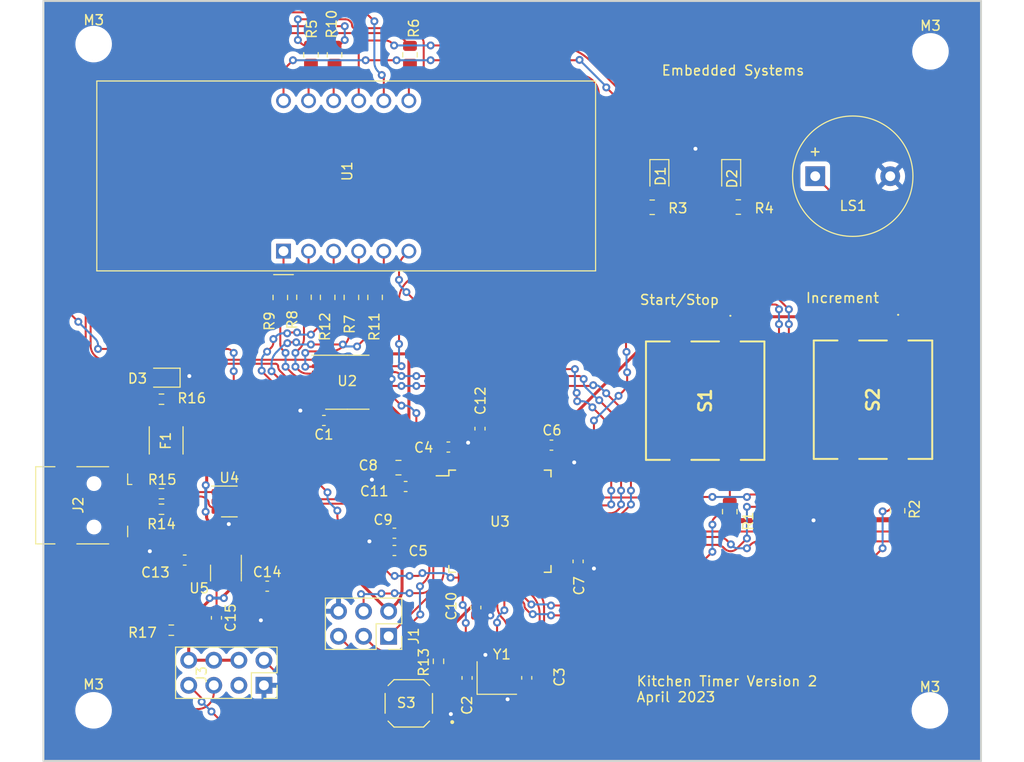
<source format=kicad_pcb>
(kicad_pcb (version 20221018) (generator pcbnew)
  (layers (0 "F.Cu" signal) (31 "B.Cu" signal) (34 "B.Paste" user) (35 "F.Paste" user) (36 "B.SilkS" user "B.Silkscreen") (37 "F.SilkS" user "F.Silkscreen") (38 "B.Mask" user) (39 "F.Mask" user) (44 "Edge.Cuts" user))
  (net 0 "")
  (net 1 "+5V")
  (net 2 "GND")
  (net 3 "XTAL1")
  (net 4 "XTAL2")
  (net 5 "/UCAP")
  (net 6 "/AREF")
  (net 7 "+3.3V")
  (net 8 "Net-(U5-BP)")
  (net 9 "Net-(D1-A)")
  (net 10 "Net-(D2-A)")
  (net 11 "Net-(D3-A)")
  (net 12 "Net-(J2-VBUS)")
  (net 13 "MISO")
  (net 14 "SCK")
  (net 15 "MOSI")
  (net 16 "RST")
  (net 17 "Net-(J2-D-)")
  (net 18 "Net-(J2-D+)")
  (net 20 "unconnected-(J2-Shield-Pad6)")
  (net 21 "TX")
  (net 23 "Net-(J3-Pin_5)")
  (net 24 "RX")
  (net 25 "Buzzer")
  (net 26 "Button_1")
  (net 27 "Button_2")
  (net 28 "RED_LED")
  (net 29 "GREEN_LED")
  (net 30 "a")
  (net 31 "Net-(U1-a)")
  (net 32 "b")
  (net 33 "Net-(U1-b)")
  (net 34 "c")
  (net 35 "Net-(U1-c)")
  (net 36 "d")
  (net 37 "Net-(U1-d)")
  (net 38 "e")
  (net 39 "Net-(U1-e)")
  (net 40 "f")
  (net 41 "Net-(U1-f)")
  (net 42 "g")
  (net 43 "Net-(U1-g)")
  (net 44 "dp")
  (net 45 "Net-(U1-DPX)")
  (net 46 "USB_CONN_D+")
  (net 47 "USB_CONN_D-")
  (net 52 "Dig4")
  (net 53 "Dig3")
  (net 54 "Dig2")
  (net 55 "Dig1")
  (net 57 "SH_CP")
  (net 58 "ST_CP")
  (net 59 "DS")
  (net 60 "USB_D-")
  (net 61 "USB_D+")
  (footprint "Resistor_SMD:R_0603_1608Metric" (layer "F.Cu") (at 106.879342 114.99313)
    (fp_text reference "R14")
    (fp_text value "22")
  )
  (footprint "Resistor_SMD:R_0805_2012Metric" (layer "F.Cu") (at 156.602131 84.396966)
    (fp_text reference "R3")
    (fp_text value "330")
  )
  (footprint "Resistor_SMD:R_0805_2012Metric" (layer "F.Cu") (at 165.330132 84.375411 180)
    (fp_text reference "R4")
    (fp_text value "330")
  )
  (footprint "LED_SMD:LED_0805_2012Metric" (layer "F.Cu") (at 164.606743 81.248003 -90)
    (fp_text reference "D2")
    (fp_text value "LED")
  )
  (footprint "LED_SMD:LED_0805_2012Metric" (layer "F.Cu") (at 157.331776 81.249794 -90)
    (fp_text reference "D1")
    (fp_text value "LED")
  )
  (footprint "Resistor_SMD:R_0603_1608Metric" (layer "F.Cu") (at 107.875802 127.25 180)
    (fp_text reference "R17")
    (fp_text value "10k")
  )
  (footprint "Resistor_SMD:R_0603_1608Metric" (layer "F.Cu") (at 134.950802 130.40117 -90)
    (fp_text reference "R13")
    (fp_text value "10k")
  )
  (footprint "Crystal:Crystal_SMD_Abracon_ABM8G-4Pin_3.2x2.5mm" (layer "F.Cu") (at 140.859998 132.0939)
    (fp_text reference "Y1")
    (fp_text value "16MHz")
  )
  (footprint "Capacitor_SMD:C_0603_1608Metric" (layer "F.Cu") (at 109.234903 120.147281 180)
    (fp_text reference "C13")
    (fp_text value "1uF")
  )
  (footprint "Package_SO:TSSOP-16_4.4x5mm_P0.65mm" (layer "F.Cu") (at 125.712716 102.125)
    (fp_text reference "U2")
    (fp_text value "74HC595")
  )
  (footprint "Connector_USB:USB_Mini-B_Lumberg_2486_01_Horizontal" (layer "F.Cu") (at 100.043708 114.596239 -90)
    (fp_text reference "J2")
    (fp_text value "USB_B_Mini")
  )
  (footprint "Capacitor_SMD:C_0603_1608Metric" (layer "F.Cu") (at 123.337622 106 180)
    (fp_text reference "C1")
    (fp_text value "0.1u")
  )
  (footprint "Resistor_SMD:R_0805_2012Metric" (layer "F.Cu") (at 128.524442 93.526453 90)
    (fp_text reference "R11")
    (fp_text value "100")
  )
  (footprint "Resistor_SMD:R_0805_2012Metric" (layer "F.Cu") (at 122.026593 68.949509 -90)
    (fp_text reference "R5")
    (fp_text value "100")
  )
  (footprint "MountingHole:MountingHole_3.2mm_M3" (layer "F.Cu") (at 100.006843 67.863865)
    (fp_text reference "M3")
    (fp_text value "MountingHole_3.2mm_M3")
  )
  (footprint "Resistor_SMD:R_0805_2012Metric" (layer "F.Cu") (at 121.318532 93.517163 90)
    (fp_text reference "R8")
    (fp_text value "100")
  )
  (footprint "Resistor_SMD:R_0805_2012Metric" (layer "F.Cu") (at 164.462559 115.238242 -90)
    (fp_text reference "R1")
    (fp_text value "10k")
  )
  (footprint "Package_QFP:TQFP-44_10x10mm_P0.8mm" (layer "F.Cu") (at 141.174169 116.205911)
    (fp_text reference "U3")
    (fp_text value "ATmega32U4-A")
  )
  (footprint "LED_SMD:LED_0805_2012Metric" (layer "F.Cu") (at 107.081146 101.663149 180)
    (fp_text reference "D3")
    (fp_text value "LED")
  )
  (footprint "Package_TO_SOT_SMD:SOT-23-6" (layer "F.Cu") (at 113.757258 114.206869)
    (fp_text reference "U4")
    (fp_text value "USBLC6-2SC6")
  )
  (footprint "PTS526_SMD_Button:PTS526_SMD_Button" (layer "F.Cu") (at 131.940042 134.66392 180)
    (fp_text reference "S3")
    (fp_text value "PTS526_SM08_SMTR2_LFS")
  )
  (footprint "PTS125_SMD_Button:PTS125_SMD_Button" (layer "F.Cu") (at 161.97222 103.992033 -90)
    (fp_text reference "S1")
    (fp_text value "PTS125SM43SMTR21M_LFS" hide)
  )
  (footprint "Buzzer_Beeper:Buzzer_12x9.5RM7.6" (layer "F.Cu") (at 173.124042 81.24949)
    (fp_text reference "LS1")
    (fp_text value "Speaker")
  )
  (footprint "Capacitor_SMD:C_0603_1608Metric" (layer "F.Cu") (at 112.450802 126 -90)
    (fp_text reference "C15")
    (fp_text value "10nF")
  )
  (footprint "Capacitor_SMD:C_0603_1608Metric" (layer "F.Cu") (at 135.950293 108.693995 180)
    (fp_text reference "C4")
    (fp_text value "0.1uF")
  )
  (footprint "Resistor_SMD:R_0805_2012Metric" (layer "F.Cu") (at 123.719383 93.526453 90)
    (fp_text reference "R12")
    (fp_text value "100")
  )
  (footprint "Capacitor_SMD:C_0603_1608Metric" (layer "F.Cu") (at 130.482121 119.175537 180)
    (fp_text reference "C5")
    (fp_text value "0.1uF")
  )
  (footprint "Resistor_SMD:R_0805_2012Metric" (layer "F.Cu") (at 124.416263 68.9525 -90)
    (fp_text reference "R10")
    (fp_text value "100")
  )
  (footprint "Resistor_SMD:R_0805_2012Metric" (layer "F.Cu") (at 118.919572 93.535218 90)
    (fp_text reference "R9")
    (fp_text value "100")
  )
  (footprint "Capacitor_SMD:C_0603_1608Metric" (layer "F.Cu") (at 117.594986 122.790992)
    (fp_text reference "C14")
    (fp_text value "2.2uF")
  )
  (footprint "Capacitor_SMD:C_0603_1608Metric" (layer "F.Cu") (at 146.392996 108.5)
    (fp_text reference "C6")
    (fp_text value "0.1uF")
  )
  (footprint "MountingHole:MountingHole_3.2mm_M3" (layer "F.Cu") (at 100 135.370827)
    (fp_text reference "M3")
    (fp_text value "MountingHole_3.2mm_M3")
  )
  (footprint "Connector_PinSocket_2.54mm:PinSocket_2x04_P2.54mm_Vertical" (layer "F.Cu") (at 117.260642 132.833297 -90)
    (fp_text reference "J3")
    (fp_text value "ESP_Conn")
  )
  (footprint "Resistor_SMD:R_0805_2012Metric" (layer "F.Cu") (at 181.462559 115.146966 -90)
    (fp_text reference "R2")
    (fp_text value "10k")
  )
  (footprint "Capacitor_SMD:C_0603_1608Metric" (layer "F.Cu") (at 138.73051 124.953286 -90)
    (fp_text reference "C10")
    (fp_text value "0.1uF")
  )
  (footprint "Fuse:Fuse_1812_4532Metric" (layer "F.Cu") (at 107.354126 108.020077 90)
    (fp_text reference "F1")
    (fp_text value "PTCSMD")
  )
  (footprint "PTS125_SMD_Button:PTS125_SMD_Button" (layer "F.Cu") (at 178.976995 103.895035 -90)
    (fp_text reference "S2")
    (fp_text value "PTS125SM43SMTR21M_LFS" hide)
  )
  (footprint "Capacitor_SMD:C_0603_1608Metric" (layer "F.Cu") (at 139.153772 106.830815 90)
    (fp_text reference "C12")
    (fp_text value "0.1uF")
  )
  (footprint "Capacitor_SMD:C_0603_1608Metric" (layer "F.Cu") (at 130.482121 117.423701 180)
    (fp_text reference "C9")
    (fp_text value "1uF")
  )
  (footprint "Display_7Segment:CA56-12EWA" (layer "F.Cu") (at 119.246287 88.84327 90)
    (fp_text reference "U1")
    (fp_text value "CA56-12EWA")
  )
  (footprint "Capacitor_SMD:C_0603_1608Metric" (layer "F.Cu") (at 137.843533 132.085397 -90)
    (fp_text reference "C2")
    (fp_text value "22p")
  )
  (footprint "Capacitor_SMD:C_0805_2012Metric" (layer "F.Cu") (at 130.892015 110.782174 180)
    (fp_text reference "C8")
    (fp_text value "10uF")
  )
  (footprint "Connector_PinSocket_2.54mm:PinSocket_2x03_P2.54mm_Vertical" (layer "F.Cu") (at 129.899259 127.868989 -90)
    (fp_text reference "J1")
    (fp_text value "AVR-ISP-6")
  )
  (footprint "Package_TO_SOT_SMD:SOT-23-5" (layer "F.Cu") (at 113.411106 121.458719 -90)
    (fp_text reference "U5")
    (fp_text value "LP2985-3.3")
  )
  (footprint "Capacitor_SMD:C_0603_1608Metric" (layer "F.Cu") (at 131.621282 112.691213 180)
    (fp_text reference "C11")
    (fp_text value "0.1uF")
  )
  (footprint "Resistor_SMD:R_0805_2012Metric" (layer "F.Cu") (at 132.059714 68.952133 -90)
    (fp_text reference "R6")
    (fp_text value "100")
  )
  (footprint "MountingHole:MountingHole_3.2mm_M3" (layer "F.Cu") (at 184.739976 135.377021)
    (fp_text reference "M3")
    (fp_text value "MountingHole_3.2mm_M3")
  )
  (footprint "Resistor_SMD:R_0805_2012Metric" (layer "F.Cu") (at 126.12501 93.52955 90)
    (fp_text reference "R7")
    (fp_text value "100")
  )
  (footprint "Resistor_SMD:R_0603_1608Metric" (layer "F.Cu") (at 106.879391 103.845702 180)
    (fp_text reference "R16")
    (fp_text value "1k")
  )
  (footprint "Resistor_SMD:R_0603_1608Metric" (layer "F.Cu") (at 106.881955 113.425875)
    (fp_text reference "R15")
    (fp_text value "22")
  )
  (footprint "Capacitor_SMD:C_0603_1608Metric" (layer "F.Cu") (at 143.891193 132.07854 -90)
    (fp_text reference "C3")
    (fp_text value "22p")
  )
  (footprint "Capacitor_SMD:C_0603_1608Metric" (layer "F.Cu") (at 149.094986 120.278223 -90)
    (fp_text reference "C7")
    (fp_text value "0.1uF")
  )
  (footprint "MountingHole:MountingHole_3.2mm_M3" (layer "F.Cu") (at 184.8 68.6)
    (fp_text reference "M3")
    (fp_text value "MountingHole_3.2mm_M3")
  )
  (gr_line (start 94.920802 63.495) (end 189.920802 63.495) (stroke (width 0.2)) (layer "Edge.Cuts"))
  (gr_line (start 189.920802 140.495) (end 94.920802 140.495) (stroke (width 0.2)) (layer "Edge.Cuts"))
  (gr_line (start 189.920802 63.495) (end 189.920802 140.495) (stroke (width 0.2)) (layer "Edge.Cuts"))
  (gr_line (start 94.920802 140.495) (end 94.920802 63.495) (stroke (width 0.2)) (layer "Edge.Cuts"))
  (gr_text "Kitchen Timer Version 2\n\n" (at 154.94 134.62) (layer "F.SilkS") (effects (font (size 1 1)) (justify left bottom)))
  (gr_text "Start/Stop" (at 155.26359 94.361741) (layer "F.SilkS") (effects (font (size 1 1)) (justify left bottom)))
  (gr_text "Increment\n" (at 172.096535 94.16973) (layer "F.SilkS") (effects (font (size 1 1)) (justify left bottom)))
  (gr_text "Embedded Systems\n" (at 157.48 71.12) (layer "F.SilkS") (effects (font (size 1 1)) (justify left bottom)))
  (gr_text "April 2023\n" (at 154.94 134.62) (layer "F.SilkS") (effects (font (size 1 1)) (justify left bottom)))
  (segment (start 114.235459 114.034657) (end 114.021164 113.820362) (width 0.3048) (layer "F.Cu") (net 1))
  (segment (start 158.374091 96.842033) (end 159.47222 96.842033) (width 0.3048) (layer "F.Cu") (net 1))
  (segment (start 138.774169 121.378511) (end 138.774169 120.323711) (width 0.3048) (layer "F.Cu") (net 1))
  (segment (start 126.485281 121.915011) (end 129.899259 125.328989) (width 0.3048) (layer "F.Cu") (net 1))
  (segment (start 138.73051 124.049069) (end 138.73051 124.307502) (width 0.3048) (layer "F.Cu") (net 1))
  (segment (start 110.586462 109.114912) (end 107.354126 105.882577) (width 0.3048) (layer "F.Cu") (net 1))
  (segment (start 175.849294 96.117334) (end 176.476995 96.745035) (width 0.3048) (layer "F.Cu") (net 1))
  (segment (start 113.634658 112.798482) (end 113.634658 112.887253) (width 0.3048) (layer "F.Cu") (net 1))
  (segment (start 145.174169 111.083413) (end 145.174169 110.505911) (width 0.3048) (layer "F.Cu") (net 1))
  (segment (start 136.950802 113.939413) (end 136.950802 116.020227) (width 0.3048) (layer "F.Cu") (net 1))
  (segment (start 161.780911 95.489633) (end 174.333889 95.489633) (width 0.3048) (layer "F.Cu") (net 1))
  (segment (start 128.938861 103.75) (end 128.575216 103.75) (width 0.3048) (layer "F.Cu") (net 1))
  (segment (start 111.461176 111.226657) (end 111.461176 112.397447) (width 0.3048) (layer "F.Cu") (net 1))
  (segment (start 138.73051 121.980441) (end 138.73051 124.049069) (width 0.3048) (layer "F.Cu") (net 1))
  (segment (start 130.57819 124.650058) (end 129.899259 125.328989) (width 0.3048) (layer "F.Cu") (net 1))
  (segment (start 156.499468 97.618527) (end 145.617996 108.5) (width 0.3048) (layer "F.Cu") (net 1))
  (segment (start 129.59948 99.25) (end 131.949104 99.25) (width 0.3048) (layer "F.Cu") (net 1))
  (segment (start 114.651214 114.206869) (end 114.894758 114.206869) (width 0.3048) (layer "F.Cu") (net 1))
  (segment (start 111.627578 116.176776) (end 111.955954 116.505152) (width 0.3048) (layer "F.Cu") (net 1))
  (segment (start 160.14842 96.165833) (end 159.47222 96.842033) (width 0.3048) (layer "F.Cu") (net 1))
  (segment (start 111.414336 112.510529) (end 111.367496 112.557369) (width 0.3048) (layer "F.Cu") (net 1))
  (segment (start 139.147097 120.478182) (end 139.496769 120.128511) (width 0.3048) (layer "F.Cu") (net 1))
  (segment (start 107.529258 104.020834) (end 107.704391 103.845702) (width 0.3048) (layer "F.Cu") (net 1))
  (segment (start 136.017299 113.005911) (end 135.474169 113.005911) (width 0.3048) (layer "F.Cu") (net 1))
  (segment (start 112.335889 110.864339) (end 113.185381 111.713831) (width 0.3048) (layer "F.Cu") (net 1))
  (segment (start 131.953202 106.0997) (end 131.953202 99.755794) (width 0.3048) (layer "F.Cu") (net 1))
  (segment (start 131.786421 106.233915) (end 129.559641 104.007135) (width 0.3048) (layer "F.Cu") (net 1))
  (segment (start 138.774169 121.875039) (end 138.774169 121.378511) (width 0.3048) (layer "F.Cu") (net 1))
  (segment (start 111.357758 115.25) (end 111.357758 115.341163) (width 0.3048) (layer "F.Cu") (net 1))
  (segment (start 132.933505 113.005911) (end 135.474169 113.005911) (width 0.3048) (layer "F.Cu") (net 1))
  (segment (start 138.774169 120.323711) (end 138.774169 120.128894) (width 0.3048) (layer "F.Cu") (net 1))
  (segment (start 147.04029 119.503223) (end 149.094986 119.503223) (width 0.3048) (layer "F.Cu") (net 1))
  (segment (start 131.257121 119.175537) (end 132.702874 117.729783) (width 0.3048) (layer "F.Cu") (net 1))
  (segment (start 131.842015 111.74502) (end 131.842015 110.782174) (width 0.3048) (layer "F.Cu") (net 1))
  (segment (start 113.513658 121.336119) (end 113.458844 121.336119) (width 0.3048) (layer "F.Cu") (net 1))
  (segment (start 114.112894 121.087907) (end 114.177796 121.023005) (width 0.3048) (layer "F.Cu") (net 1))
  (segment (start 131.786421 106.233915) (end 131.69726 106.144754) (width 0.3048) (layer "F.Cu") (net 1))
  (segment (start 136.725293 109.739631) (end 136.725293 108.693995) (width 0.3048) (layer "F.Cu") (net 1))
  (segment (start 135.923785 117.005911) (end 135.024552 117.005911) (width 0.3048) (layer "F.Cu") (net 1))
  (segment (start 131.347792 106) (end 124.112622 106) (width 0.3048) (layer "F.Cu") (net 1))
  (segment (start 112.164175 120.147281) (end 110.009903 120.147281) (width 0.3048) (layer "F.Cu") (net 1))
  (segment (start 110.586462 109.114912) (end 112.335889 110.864339) (width 0.3048) (layer "F.Cu") (net 1))
  (segment (start 145.396082 110.283997) (end 145.174169 110.505911) (width 0.3048) (layer "F.Cu") (net 1))
  (segment (start 132.238933 112.533864) (end 132.553631 112.848562) (width 0.3048) (layer "F.Cu") (net 1))
  (segment (start 135.923785 117.005911) (end 135.965118 117.005911) (width 0.3048) (layer "F.Cu") (net 1))
  (segment (start 112.766033 121.049147) (end 112.610659 120.893773) (width 0.3048) (layer "F.Cu") (net 1))
  (segment (start 137.718782 112.235711) (end 144.021871 112.235711) (width 0.3048) (layer "F.Cu") (net 1))
  (segment (start 112.461106 120.198226) (end 112.461106 120.444211) (width 0.3048) (layer "F.Cu") (net 1))
  (segment (start 107.354126 105.882577) (end 107.354126 104.443641) (width 0.3048) (layer "F.Cu") (net 1))
  (segment (start 112.461106 120.198226) (end 112.461106 117.724696) (width 0.3048) (layer "F.Cu") (net 1))
  (segment (start 141.241279 119.405911) (end 146.805359 119.405911) (width 0.3048) (layer "F.Cu") (net 1))
  (segment (start 138.263484 118.895993) (end 136.662102 117.294611) (width 0.3048) (layer "F.Cu") (net 1))
  (segment (start 138.63914 124.528088) (end 135.431543 127.735685) (width 0.3048) (layer "F.Cu") (net 1))
  (segment (start 131.948402 99.254097) (end 131.948402 99.744205) (width 0.3048) (layer "F.Cu") (net 1))
  (segment (start 136.677385 112.732494) (end 136.789069 112.620811) (width 0.3048) (layer "F.Cu") (net 1))
  (segment (start 128.875216 99.55) (end 128.575216 99.85) (width 0.3048) (layer "F.Cu") (net 1))
  (segment (start 134.950802 128.896298) (end 134.950802 129.57617) (width 0.3048) (layer "F.Cu") (net 1))
  (segment (start 131.257121 123.010973) (end 131.257121 119.175537) (width 0.3048) (layer "F.Cu") (net 1))
  (segment (start 145.617996 109.74825) (end 145.617996 108.5) (width 0.3048) (layer "F.Cu") (net 1))
  (segment (start 122.637525 120.321219) (end 114.620344 120.321219) (width 0.3048) (layer "F.Cu") (net 1))
  (segment (start 131.842015 106.36813) (end 131.842015 110.782174) (width 0.3048) (layer "F.Cu") (net 1))
  (segment (start 111.450802 115.565792) (end 111.450802 115.75) (width 0.3048) (layer "F.Cu") (net 1))
  (segment (start 112.461106 120.532719) (end 112.461106 120.444211) (width 0.3048) (layer "F.Cu") (net 1))
  (segment (start 135.024552 117.005911) (end 134.450458 117.005911) (width 0.3048) (layer "F.Cu") (net 1))
  (segment (start 132.119148 112.414079) (end 132.238933 112.533864) (width 0.3048) (layer "F.Cu") (net 1))
  (segment (start 137.174169 110.823314) (end 137.174169 111.691097) (width 0.3048) (layer "F.Cu") (net 1))
  (via (at 111.367496 112.557369) (size 0.8) (drill 0.4) (layers "F.Cu" "B.Cu") (net 1))
  (via (at 111.357758 115.25) (size 0.8) (drill 0.4) (layers "F.Cu" "B.Cu") (net 1))
  (arc (start 175.849294 96.117334) (mid 175.15402 95.652767) (end 174.333889 95.489633) (width 0.3048) (layer "F.Cu") (net 1))
  (arc (start 131.897608 106.233915) (mid 131.856463 106.295493) (end 131.842015 106.36813) (width 0.3048) (layer "F.Cu") (net 1))
  (arc (start 114.620344 120.321219) (mid 114.437035 120.397148) (end 114.361106 120.580457) (width 0.3048) (layer "F.Cu") (net 1))
  (arc (start 131.786421 106.233915) (mid 131.842014 106.256942) (end 131.897608 106.233915) (width 0.3048) (layer "F.Cu") (net 1))
  (arc (start 131.949602 99.2512) (mid 131.948713 99.252529) (end 131.948402 99.254097) (width 0.3048) (layer "F.Cu") (net 1))
  (arc (start 129.559641 104.007135) (mid 129.274824 103.816827) (end 128.938861 103.75) (width 0.3048) (layer "F.Cu") (net 1))
  (arc (start 137.718782 112.235711) (mid 137.215625 112.335795) (end 136.789069 112.620811) (width 0.3048) (layer "F.Cu") (net 1))
  (arc (start 138.73051 124.307502) (mid 138.706763 124.426882) (end 138.63914 124.528088) (width 0.3048) (layer "F.Cu") (net 1))
  (arc (start 107.529258 104.020834) (mid 107.399641 104.214819) (end 107.354126 104.443641) (width 0.3048) (layer "F.Cu") (net 1))
  (arc (start 132.553631 112.848562) (mid 132.727918 112.965017) (end 132.933505 113.005911) (width 0.3048) (layer "F.Cu") (net 1))
  (arc (start 112.766033 121.049147) (mid 113.083897 121.261537) (end 113.458844 121.336119) (width 0.3048) (layer "F.Cu") (net 1))
  (arc (start 136.677385 112.732494) (mid 136.564132 113.00591) (end 136.677385 113.279327) (width 0.3048) (layer "F.Cu") (net 1))
  (arc (start 136.789069 112.620811) (mid 137.074084 112.194254) (end 137.174169 111.691097) (width 0.3048) (layer "F.Cu") (net 1))
  (arc (start 137.174169 111.691097) (mid 137.333682 112.076197) (end 137.718782 112.235711) (width 0.3048) (layer "F.Cu") (net 1))
  (arc (start 112.374137 120.23425) (mid 112.277805 120.169883) (end 112.164175 120.147281) (width 0.3048) (layer "F.Cu") (net 1))
  (arc (start 113.634658 112.887253) (mid 113.735107 113.392248) (end 114.021164 113.820362) (width 0.3048) (layer "F.Cu") (net 1))
  (arc (start 136.949731 110.281473) (mid 137.115839 110.530071) (end 137.174169 110.823314) (width 0.3048) (layer "F.Cu") (net 1))
  (arc (start 141.241279 119.405911) (mid 140.297157 119.593708) (end 139.496769 120.128511) (width 0.3048) (layer "F.Cu") (net 1))
  (arc (start 112.461106 120.532719) (mid 112.499973 120.72812) (end 112.610659 120.893773) (width 0.3048) (layer "F.Cu") (net 1))
  (arc (start 158.374091 96.842033) (mid 157.359552 97.043837) (end 156.499468 97.618527) (width 0.3048) (layer "F.Cu") (net 1))
  (arc (start 131.948402 99.744205) (mid 131.949025 99.747341) (end 131.950802 99.75) (width 0.3048) (layer "F.Cu") (net 1))
  (arc (start 146.922825 119.454567) (mid 146.976718 119.490577) (end 147.04029 119.503223) (width 0.3048) (layer "F.Cu") (net 1))
  (arc (start 135.965118 117.005911) (mid 136.342323 116.93088) (end 136.662102 116.717211) (width 0.3048) (layer "F.Cu") (net 1))
  (arc (start 145.174169 111.083413) (mid 145.086455 111.524378) (end 144.836669 111.898211) (width 0.3048) (layer "F.Cu") (net 1))
  (arc (start 131.950802 99.75) (mid 131.952578 99.752658) (end 131.953202 99.755794) (width 0.3048) (layer "F.Cu") (net 1))
  (arc (start 113.185381 111.713831) (mid 113.517894 112.211473) (end 113.634658 112.798482) (width 0.3048) (layer "F.Cu") (net 1))
  (arc (start 131.953202 106.0997) (mid 131.938753 106.172336) (end 131.897608 106.233915) (width 0.3048) (layer "F.Cu") (net 1))
  (arc (start 135.431543 127.735685) (mid 135.075742 128.268178) (end 134.950802 128.896298) (width 0.3048) (layer "F.Cu") (net 1))
  (arc (start 139.147097 120.478182) (mid 138.871089 120.891256) (end 138.774169 121.378511) (width 0.3048) (layer "F.Cu") (net 1))
  (arc (start 131.842015 111.74502) (mid 131.914039 112.107112) (end 132.119148 112.414079) (width 0.3048) (layer "F.Cu") (net 1))
  (arc (start 138.263484 118.895993) (mid 138.641446 119.461653) (end 138.774169 120.128894) (width 0.3048) (layer "F.Cu") (net 1))
  (arc (start 161.780911 95.489633) (mid 160.897413 95.665371) (end 160.14842 96.165833) (width 0.3048) (layer "F.Cu") (net 1))
  (arc (start 144.836669 111.898211) (mid 144.462836 112.147997) (end 144.021871 112.235711) (width 0.3048) (layer "F.Cu") (net 1))
  (arc (start 111.955954 116.505152) (mid 112.329821 117.064683) (end 112.461106 117.724696) (width 0.3048) (layer "F.Cu") (net 1))
  (arc (start 134.450458 117.005911) (mid 133.504672 117.194039) (end 132.702874 117.729783) (width 0.3048) (layer "F.Cu") (net 1))
  (arc (start 114.361106 120.580457) (mid 114.313465 120.819962) (end 114.177796 121.023005) (width 0.3048) (layer "F.Cu") (net 1))
  (arc (start 131.786421 106.233915) (mid 131.786421 106.233915) (end 131.786421 106.233915) (width 0.3048) (layer "F.Cu") (net 1))
  (arc (start 138.752339 121.92774) (mid 138.736183 121.951919) (end 138.73051 121.980441) (width 0.3048) (layer "F.Cu") (net 1))
  (arc (start 136.677385 113.279327) (mid 136.879743 113.582177) (end 136.950802 113.939413) (width 0.3048) (layer "F.Cu") (net 1))
  (arc (start 131.949602 99.2512) (mid 131.949754 99.250433) (end 131.949104 99.25) (width 0.3048) (layer "F.Cu") (net 1))
  (arc (start 114.112894 121.087907) (mid 113.837962 121.27161) (end 113.513658 121.336119) (width 0.3048) (layer "F.Cu") (net 1))
  (arc (start 136.662102 117.294611) (mid 136.342323 117.080941) (end 135.965118 117.005911) (width 0.3048) (layer "F.Cu") (net 1))
  (arc (start 131.257121 123.010973) (mid 131.080672 123.898039) (end 130.57819 124.650058) (width 0.3048) (layer "F.Cu") (net 1))
  (arc (start 129.59948 99.25) (mid 129.207511 99.327967) (end 128.875216 99.55) (width 0.3048) (layer "F.Cu") (net 1))
  (arc (start 111.450802 115.75) (mid 111.496744 115.980969) (end 111.627578 116.176776) (width 0.3048) (layer "F.Cu") (net 1))
  (arc (start 131.842015 106.36813) (mid 131.827566 106.295493) (end 131.786421 106.233915) (width 0.3048) (layer "F.Cu") (net 1))
  (arc (start 146.922825 119.454567) (mid 146.868931 119.418556) (end 146.805359 119.405911) (width 0.3048) (layer "F.Cu") (net 1))
  (arc (start 138.774169 120.323711) (mid 138.909025 120.525537) (end 139.147097 120.478182) (width 0.3048) (layer "F.Cu") (net 1))
  (arc (start 114.235459 114.034657) (mid 114.426209 114.162112) (end 114.651214 114.206869) (width 0.3048) (layer "F.Cu") (net 1))
  (arc (start 111.461176 112.397447) (mid 111.449002 112.458646) (end 111.414336 112.510529) (width 0.3048) (layer "F.Cu") (net 1))
  (arc (start 112.461106 120.444211) (mid 112.438503 120.330581) (end 112.374137 120.23425) (width 0.3048) (layer "F.Cu") (net 1))
  (arc (start 136.017299 113.005911) (mid 136.374535 112.934852) (end 136.677385 112.732494) (width 0.3048) (layer "F.Cu") (net 1))
  (arc (start 138.774169 121.875039) (mid 138.768495 121.90356) (end 138.752339 121.92774) (width 0.3048) (layer "F.Cu") (net 1))
  (arc (start 112.335889 110.864339) (mid 111.777485 110.753265) (end 111.461176 111.226657) (width 0.3048) (layer "F.Cu") (net 1))
  (arc (start 111.40428 115.453478) (mid 111.438711 115.505008) (end 111.450802 115.565792) (width 0.3048) (layer "F.Cu") (net 1))
  (arc (start 136.950802 116.020227) (mid 136.875771 116.397432) (end 136.662102 116.717211) (width 0.3048) (layer "F.Cu") (net 1))
  (arc (start 145.617996 109.74825) (mid 145.560322 110.038194) (end 145.396082 110.283997) (width 0.3048) (layer "F.Cu") (net 1))
  (arc (start 136.662102 116.717211) (mid 136.542518 117.005911) (end 136.662102 117.294611) (width 0.3048) (layer "F.Cu") (net 1))
  (arc (start 126.485281 121.915011) (mid 124.719915 120.735432) (end 122.637525 120.321219) (width 0.3048) (layer "F.Cu") (net 1))
  (arc (start 136.677385 113.279327) (mid 136.374535 113.076969) (end 136.017299 113.005911) (width 0.3048) (layer "F.Cu") (net 1))
  (arc (start 112.374137 120.23425) (mid 112.429656 120.245293) (end 112.461106 120.198226) (width 0.3048) (layer "F.Cu") (net 1))
  (arc (start 111.357758 115.341163) (mid 111.369848 115.401947) (end 111.40428 115.453478) (width 0.3048) (layer "F.Cu") (net 1))
  (arc (start 131.69726 106.144754) (mid 131.536922 106.03762) (end 131.347792 106) (width 0.3048) (layer "F.Cu") (net 1))
  (arc (start 136.725293 109.739631) (mid 136.783622 110.032873) (end 136.949731 110.281473) (width 0.3048) (layer "F.Cu") (net 1))
  (arc (start 111.461176 111.226657) (mid 111.233845 110.083789) (end 110.586462 109.114912) (width 0.3048) (layer "F.Cu") (net 1))
  (segment (start 111.357758 115.25) (end 111.362627 115.245131) (width 0.3048) (layer "B.Cu") (net 1))
  (segment (start 111.367496 112.557369) (end 111.367496 115.233376) (width 0.3048) (layer "B.Cu") (net 1))
  (arc (start 111.367496 115.233376) (mid 111.36623 115.239737) (end 111.362627 115.245131) (width 0.3048) (layer "B.Cu") (net 1))
  (segment (start 172.980536 116.089307) (end 172.950695 116.119148) (width 0.508) (layer "F.Cu") (net 2))
  (segment (start 117.660394 123.500584) (end 118.369986 122.790992) (width 0.508) (layer "F.Cu") (net 2))
  (segment (start 137.950802 108.25) (end 137.950802 110.466021) (width 0.508) (layer "F.Cu") (net 2))
  (segment (start 113.778258 116.367774) (end 113.778258 114.8395) (width 0.508) (layer "F.Cu") (net 2))
  (segment (start 150.67419 121.026611) (end 150.700802 121) (width 0.508) (layer "F.Cu") (net 2))
  (segment (start 136.200802 135.75) (end 135.612541 136.33826) (width 0.508) (layer "F.Cu") (net 2))
  (segment (start 116.950802 125.21369) (end 116.950802 126.25) (width 0.508) (layer "F.Cu") (net 2))
  (segment (start 137.962485 110.494227) (end 137.974169 110.505911) (width 0.508) (layer "F.Cu") (net 2))
  (segment (start 173.052578 116.059466) (end 181.462559 116.059466) (width 0.508) (layer "F.Cu") (net 2))
  (segment (start 137.950802 107.754392) (end 137.950802 108.25) (width 0.508) (layer "F.Cu") (net 2))
  (segment (start 133.151703 115.405911) (end 135.474169 115.405911) (width 0.508) (layer "F.Cu") (net 2))
  (segment (start 163.717587 80.310503) (end 164.606743 80.310503) (width 0.508) (layer "F.Cu") (net 2))
  (segment (start 116.688302 126.5125) (end 116.950802 126.25) (width 0.508) (layer "F.Cu") (net 2))
  (segment (start 137.950802 108.25) (end 137.708299 108.007497) (width 0.508) (layer "F.Cu") (net 2))
  (segment (start 147.167996 108.608597) (end 147.167996 108.5) (width 0.508) (layer "F.Cu") (net 2))
  (segment (start 130.200802 101.8) (end 128.575216 101.8) (width 0.381) (layer "F.Cu") (net 2))
  (segment (start 141.899185 106.772927) (end 143.929398 108.80314) (width 0.508) (layer "F.Cu") (net 2))
  (segment (start 160.986599 78.46867) (end 162.199704 79.681775) (width 0.508) (layer "F.Cu") (net 2))
  (segment (start 135.639793 108.229495) (end 135.175293 108.693995) (width 0.508) (layer "F.Cu") (net 2))
  (segment (start 109.619227 101.581574) (end 109.700802 101.5) (width 0.508) (layer "F.Cu") (net 2))
  (segment (start 138.301249 106.908337) (end 139.153772 106.055815) (width 0.508) (layer "F.Cu") (net 2))
  (segment (start 129.29173 119.175537) (end 129.707121 119.175537) (width 0.508) (layer "F.Cu") (net 2))
  (segment (start 113.700802 116.5) (end 113.73953 116.461272) (width 0.508) (layer "F.Cu") (net 2))
  (segment (start 139.574169 122.595814) (end 139.574169 121.905911) (width 0.508) (layer "F.Cu") (net 2))
  (segment (start 172.934898 116.134945) (end 172.950695 116.119148) (width 0.508) (layer "F.Cu") (net 2))
  (segment (start 129.380776 112.691213) (end 130.846282 112.691213) (width 0.508) (layer "F.Cu") (net 2))
  (segment (start 128.200802 112) (end 129.233582 110.967219) (width 0.508) (layer "F.Cu") (net 2))
  (segment (start 139.64648 131.310397) (end 137.843533 131.310397) (width 0.508) (layer "F.Cu") (net 2))
  (segment (start 139.7304 129.779598) (end 139.700802 129.75) (width 0.508) (layer "F.Cu") (net 2))
  (segment (start 113.411106 116.994542) (end 113.411106 120.321219) (width 0.508) (layer "F.Cu") (net 2))
  (segment (start 109.422289 101.663149) (end 108.018646 101.663149) (width 0.508) (layer "F.Cu") (net 2))
  (segment (start 129.680321 110.782174) (end 129.942015 110.782174) (width 0.508) (layer "F.Cu") (net 2))
  (segment (start 129.707121 117.423701) (end 129.242111 117.423701) (width 0.508) (layer "F.Cu") (net 2))
  (segment (start 135.188462 136.51392) (end 134.940042 136.51392) (width 0.508) (layer "F.Cu") (net 2))
  (segment (start 113.700802 116.5) (end 113.555954 116.644848) (width 0.508) (layer "F.Cu") (net 2))
  (segment (start 140.200802 125.75) (end 138.767578 125.75) (width 0.508) (layer "F.Cu") (net 2))
  (segment (start 158.237375 80.312294) (end 157.331776 80.312294) (width 0.508) (layer "F.Cu") (net 2))
  (segment (start 121.975066 104.4) (end 122.850216 104.4) (width 0.381) (layer "F.Cu") (net 2))
  (segment (start 150.609944 121.053223) (end 149.094986 121.053223) (width 0.508) (layer "F.Cu") (net 2))
  (segment (start 102.777884 116.327082) (end 105.700802 119.25) (width 0.508) (layer "F.Cu") (net 2))
  (segment (start 147.297825 120.629567) (end 146.874169 120.205911) (width 0.508) (layer "F.Cu") (net 2))
  (segment (start 141.950802 134.25) (end 141.9554 134.245402) (width 0.508) (layer "F.Cu") (net 2))
  (segment (start 140.167922 106.055815) (end 139.153772 106.055815) (width 0.508) (layer "F.Cu") (net 2))
  (segment (start 148.700802 110.314639) (end 148.700802 110.25) (width 0.508) (layer "F.Cu") (net 2))
  (segment (start 128.448289 117.752512) (end 127.950802 118.25) (width 0.508) (layer "F.Cu") (net 2))
  (segment (start 140.200802 124.10864) (end 140.200802 125.75) (width 0.508) (layer "F.Cu") (net 2))
  (segment (start 144.374169 109.876911) (end 144.374169 110.505911) (width 0.508) (layer "F.Cu") (net 2))
  (segment (start 120.950802 105) (end 121.256712 105) (width 0.508) (layer "F.Cu") (net 2))
  (segment (start 129.707121 117.423701) (end 130.716016 116.414806) (width 0.508) (layer "F.Cu") (net 2))
  (segment (start 139.759998 129.851053) (end 139.759998 131.196879) (width 0.508) (layer "F.Cu") (net 2))
  (segment (start 141.959998 133.007794) (end 141.959998 134.234301) (width 0.508) (layer "F.Cu") (net 2))
  (segment (start 148.320621 121.053223) (end 149.094986 121.053223) (width 0.508) (layer "F.Cu") (net 2))
  (segment (start 136.761195 107.764995) (end 137.122846 107.764995) (width 0.508) (layer "F.Cu") (net 2))
  (segment (start 128.200802 112) (end 128.546408 112.345606) (width 0.508) (layer "F.Cu") (net 2))
  (segment (start 148.655095 110.424984) (end 146.874169 112.205911) (width 0.508) (layer "F.Cu") (net 2))
  (segment (start 113.145626 114.206869) (end 112.619758 114.206869) (width 0.508) (layer "F.Cu") (net 2))
  (segment (start 107.232556 120.147281) (end 108.459903 120.147281) (width 0.508) (layer "F.Cu") (net 2))
  (segment (start 160.986599 78.46867) (end 159.78333 79.671938) (width 0.508) (layer "F.Cu") (net 2))
  (segment (start 106.149442 119.69864) (end 105.700802 119.25) (width 0.508) (layer "F.Cu") (net 2))
  (segment (start 147.244785 108.793983) (end 148.700802 110.25) (width 0.508) (layer "F.Cu") (net 2))
  (segment (start 121.778933 105.216311) (end 122.562622 106) (width 0.508) (layer "F.Cu") (net 2))
  (segment (start 121.250802 104.7) (end 120.950802 105) (width 0.381) (layer "F.Cu") (net 2))
  (segment (start 116.05457 126.775) (end 112.450802 126.775) (width 0.508) (layer "F.Cu") (net 2))
  (segment (start 172.89676 116.150742) (end 164.462559 116.150742) (width 0.508) (layer "F.Cu") (net 2))
  (segment (start 127.950802 118.25) (end 128.582613 118.881811) (width 0.508) (layer "F.Cu") (net 2))
  (segment (start 138.741367 125.739143) (end 138.73051 125.728286) (width 0.508) (layer "F.Cu") (net 2))
  (segment (start 142.114252 132.85354) (end 143.891193 132.85354) (width 0.508) (layer "F.Cu") (net 2))
  (segment (start 102.743708 116.244572) (end 102.743708 116.196239) (width 0.508) (layer "F.Cu") (net 2))
  (via (at 150.700802 121) (size 0.8) (drill 0.4) (layers "F.Cu" "B.Cu") (net 2))
  (via (at 148.700802 110.25) (size 0.8) (drill 0.4) (layers "F.Cu" "B.Cu") (net 2))
  (via (at 113.700802 116.5) (size 0.8) (drill 0.4) (layers "F.Cu" "B.Cu") (net 2))
  (via (at 128.200802 112) (size 0.8) (drill 0.4) (layers "F.Cu" "B.Cu") (net 2))
  (via (at 130.200802 101.8) (size 0.8) (drill 0.4) (layers "F.Cu" "B.Cu") (net 2))
  (via (at 137.950802 108.25) (size 0.8) (drill 0.4) (layers "F.Cu" "B.Cu") (net 2))
  (via (at 109.700802 101.5) (size 0.8) (drill 0.4) (layers "F.Cu" "B.Cu") (net 2))
  (via (at 141.950802 134.25) (size 0.8) (drill 0.4) (layers "F.Cu" "B.Cu") (net 2))
  (via (at 136.200802 135.75) (size 0.8) (drill 0.4) (layers "F.Cu" "B.Cu") (net 2))
  (via (at 127.950802 118.25) (size 0.8) (drill 0.4) (layers "F.Cu" "B.Cu") (net 2))
  (via (at 140.200802 125.75) (size 0.8) (drill 0.4) (layers "F.Cu" "B.Cu") (net 2))
  (via (at 116.950802 126.25) (size 0.8) (drill 0.4) (layers "F.Cu" "B.Cu") (net 2))
  (via (at 120.950802 105) (size 0.8) (drill 0.4) (layers "F.Cu" "B.Cu") (net 2))
  (via (at 139.700802 129.75) (size 0.8) (drill 0.4) (layers "F.Cu" "B.Cu") (net 2))
  (via (at 160.986599 78.46867) (size 0.8) (drill 0.4) (layers "F.Cu" "B.Cu") (net 2))
  (via (at 172.950695 116.119148) (size 0.8) (drill 0.4) (layers "F.Cu" "B.Cu") (net 2))
  (via (at 105.700802 119.25) (size 0.8) (drill 0.4) (layers "F.Cu" "B.Cu") (net 2))
  (arc (start 138.741367 125.739143) (mid 138.753392 125.747178) (end 138.767578 125.75) (width 0.508) (layer "F.Cu") (net 2))
  (arc (start 109.619227 101.581574) (mid 109.528871 101.641948) (end 109.422289 101.663149) (width 0.508) (layer "F.Cu") (net 2))
  (arc (start 159.78333 79.671938) (mid 159.07404 80.14587) (end 158.237375 80.312294) (width 0.508) (layer "F.Cu") (net 2))
  (arc (start 113.555954 116.644848) (mid 113.44875 116.805288) (end 113.411106 116.994542) (width 0.508) (layer "F.Cu") (net 2))
  (arc (start 148.700802 110.314639) (mid 148.688923 110.374357) (end 148.655095 110.424984) (width 0.508) (layer "F.Cu") (net 2))
  (arc (start 150.67419 121.026611) (mid 150.644713 121.046306) (end 150.609944 121.053223) (width 0.508) (layer "F.Cu") (net 2))
  (arc (start 172.934898 116.134945) (mid 172.9174 116.146636) (end 172.89676 116.150742) (width 0.508) (layer "F.Cu") (net 2))
  (arc (start 102.743708 116.244572) (mid 102.75259 116.289226) (end 102.777884 116.327082) (width 0.508) (layer "F.Cu") (net 2))
  (arc (start 173.052578 116.059466) (mid 173.013589 116.067221) (end 172.980536 116.089307) (width 0.508) (layer "F.Cu") (net 2))
  (arc (start 142.005178 132.89872) (mid 141.971739 132.948763) (end 141.959998 133.007794) (width 0.508) (layer "F.Cu") (net 2))
  (arc (start 129.242111 117.423701) (mid 128.812497 117.509156) (end 128.448289 117.752512) (width 0.508) (layer "F.Cu") (net 2))
  (arc (start 142.114252 132.85354) (mid 142.055221 132.865281) (end 142.005178 132.89872) (width 0.508) (layer "F.Cu") (net 2))
  (arc (start 116.688302 126.5125) (mid 116.397543 126.706778) (end 116.05457 126.775) (width 0.508) (layer "F.Cu") (net 2))
  (arc (start 121.975066 104.4) (mid 121.583097 104.477967) (end 121.250802 104.7) (width 0.381) (layer "F.Cu") (net 2))
  (arc (start 133.151703 115.405911) (mid 131.833518 115.668114) (end 130.716016 116.414806) (width 0.508) (layer "F.Cu") (net 2))
  (arc (start 117.660394 123.500584) (mid 117.135218 124.286563) (end 116.950802 125.21369) (width 0.508) (layer "F.Cu") (net 2))
  (arc (start 139.887485 123.352227) (mid 140.119373 123.699272) (end 140.200802 124.10864) (width 0.508) (layer "F.Cu") (net 2))
  (arc (start 147.167996 108.608597) (mid 147.187952 108.708927) (end 147.244785 108.793983) (width 0.508) (layer "F.Cu") (net 2))
  (arc (start 141.899185 106.772927) (mid 141.104875 106.242186) (end 140.167922 106.055815) (width 0.508) (layer "F.Cu") (net 2))
  (arc (start 136.761195 107.764995) (mid 136.154296 107.885714) (end 135.639793 108.229495) (width 0.508) (layer "F.Cu") (net 2))
  (arc (start 137.708299 108.007497) (mid 137.439691 107.828019) (end 137.122846 107.764995) (width 0.508) (layer "F.Cu") (net 2))
  (arc (start 106.149442 119.69864) (mid 106.646379 120.030683) (end 107.232556 120.147281) (width 0.508) (layer "F.Cu") (net 2))
  (arc (start 113.592964 114.392162) (mid 113.387723 114.255025) (end 113.145626 114.206869) (width 0.508) (layer "F.Cu") (net 2))
  (arc (start 141.959998 134.234301) (mid 141.958803 134.240308) (end 141.9554 134.245402) (width 0.508) (layer "F.Cu") (net 2))
  (arc (start 128.582613 118.881811) (mid 128.907958 119.0992) (end 129.29173 119.175537) (width 0.508) (layer "F.Cu") (net 2))
  (arc (start 135.612541 136.33826) (mid 135.417972 136.468267) (end 135.188462 136.51392) (width 0.508) (layer "F.Cu") (net 2))
  (arc (start 139.7304 129.779598) (mid 139.752305 129.812382) (end 139.759998 129.851053) (width 0.508) (layer "F.Cu") (net 2))
  (arc (start 137.950802 110.466021) (mid 137.953838 110.481286) (end 137.962485 110.494227) (width 0.508) (layer "F.Cu") (net 2))
  (arc (start 121.778933 105.216311) (mid 121.539335 105.056217) (end 121.256712 105) (width 0.508) (layer "F.Cu") (net 2))
  (arc (start 113.592964 114.392162) (mid 113.730101 114.597402) (end 113.778258 114.8395) (width 0.508) (layer "F.Cu") (net 2))
  (arc (start 162.199704 79.681775) (mid 162.896114 80.147101) (end 163.717587 80.310503) (width 0.508) (layer "F.Cu") (net 2))
  (arc (start 147.297825 120.629567) (mid 147.767087 120.943118) (end 148.320621 121.053223) (width 0.508) (layer "F.Cu") (net 2))
  (arc (start 139.726749 131.277148) (mid 139.689921 131.301755) (end 139.64648 131.310397) (width 0.508) (layer "F.Cu") (net 2))
  (arc (start 139.759998 131.196879) (mid 139.751356 131.24032) (end 139.726749 131.277148) (width 0.508) (layer "F.Cu") (net 2))
  (arc (start 128.546408 112.345606) (mid 128.929219 112.601392) (end 129.380776 112.691213) (width 0.508) (layer "F.Cu") (net 2))
  (arc (start 138.301249 106.908337) (mid 138.04188 107.29651) (end 137.950802 107.754392) (width 0.508) (layer "F.Cu") (net 2))
  (arc (start 113.778258 116.367774) (mid 113.768192 116.418374) (end 113.73953 116.461272) (width 0.508) (layer "F.Cu") (net 2))
  (arc (start 139.574169 122.595814) (mid 139.655597 123.005182) (end 139.887485 123.352227) (width 0.508) (layer "F.Cu") (net 2))
  (arc (start 129.680321 110.782174) (mid 129.438547 110.830265) (end 129.233582 110.967219) (width 0.508) (layer "F.Cu") (net 2))
  (arc (start 143.929398 108.80314) (mid 144.258576 109.29579) (end 144.374169 109.876911) (width 0.508) (layer "F.Cu") (net 2))
  (segment (start 139.809998 132.9439) (end 139.709998 132.9439) (width 0.2032) (layer "F.Cu") (net 3))
  (segment (start 139.895353 132.908544) (end 140.372006 132.431891) (width 0.2032) (layer "F.Cu") (net 3))
  (segment (start 141.623705 123.626516) (end 141.623705 125.229797) (width 0.2032) (layer "F.Cu") (net 3))
  (segment (start 141.174169 122.541241) (end 141.174169 121.905911) (width 0.2032) (layer "F.Cu") (net 3))
  (segment (start 140.884015 131.195793) (end 140.884015 126.479538) (width 0.2032) (layer "F.Cu") (net 3))
  (segment (start 137.885284 132.902148) (end 137.843533 132.860397) (width 0.2032) (layer "F.Cu") (net 3))
  (segment (start 139.709998 132.9439) (end 137.986081 132.9439) (width 0.2032) (layer "F.Cu") (net 3))
  (via (at 140.884015 126.479538) (size 0.8) (drill 0.4) (layers "F.Cu" "B.Cu") (net 3))
  (via (at 141.623705 125.229797) (size 0.8) (drill 0.4) (layers "F.Cu" "B.Cu") (net 3))
  (arc (start 137.885284 132.902148) (mid 137.93153 132.933049) (end 137.986081 132.9439) (width 0.2032) (layer "F.Cu") (net 3))
  (arc (start 139.895353 132.908544) (mid 139.856191 132.934711) (end 139.809998 132.9439) (width 0.2032) (layer "F.Cu") (net 3))
  (arc (start 141.398937 123.083879) (mid 141.565289 123.332843) (end 141.623705 123.626516) (width 0.2032) (layer "F.Cu") (net 3))
  (arc (start 141.174169 122.541241) (mid 141.232584 122.834914) (end 141.398937 123.083879) (width 0.2032) (layer "F.Cu") (net 3))
  (arc (start 140.884015 131.195793) (mid 140.750948 131.864764) (end 140.372006 132.431891) (width 0.2032) (layer "F.Cu") (net 3))
  (segment (start 141.064345 125.789156) (end 141.623705 125.229797) (width 0.2032) (layer "B.Cu") (net 3))
  (segment (start 140.884015 126.224512) (end 140.884015 126.479538) (width 0.2032) (layer "B.Cu") (net 3))
  (arc (start 141.064345 125.789156) (mid 140.930881 125.988899) (end 140.884015 126.224512) (width 0.2032) (layer "B.Cu") (net 3))
  (segment (start 141.959998 131.2439) (end 143.789381 131.2439) (width 0.2032) (layer "F.Cu") (net 4))
  (segment (start 140.374169 122.485593) (end 140.374169 121.905911) (width 0.2032) (layer "F.Cu") (net 4))
  (segment (start 143.861373 131.27372) (end 143.891193 131.30354) (width 0.2032) (layer "F.Cu") (net 4))
  (segment (start 141.959998 127.305429) (end 141.959998 131.2439) (width 0.2032) (layer "F.Cu") (net 4))
  (segment (start 140.902402 123.760861) (end 140.902402 124.752166) (width 0.2032) (layer "F.Cu") (net 4))
  (arc (start 140.374169 122.485593) (mid 140.44281 122.830678) (end 140.638285 123.123227) (width 0.2032) (layer "F.Cu") (net 4))
  (arc (start 141.4312 126.028798) (mid 141.822567 126.614521) (end 141.959998 127.305429) (width 0.2032) (layer "F.Cu") (net 4))
  (arc (start 140.638285 123.123227) (mid 140.83376 123.415776) (end 140.902402 123.760861) (width 0.2032) (layer "F.Cu") (net 4))
  (arc (start 140.902402 124.752166) (mid 141.039832 125.443074) (end 141.4312 126.028798) (width 0.2032) (layer "F.Cu") (net 4))
  (arc (start 143.861373 131.27372) (mid 143.828342 131.251649) (end 143.789381 131.2439) (width 0.2032) (layer "F.Cu") (net 4))
  (segment (start 131.866016 116.814806) (end 131.257121 117.423701) (width 0.2032) (layer "F.Cu") (net 5))
  (segment (start 133.336018 116.205911) (end 135.474169 116.205911) (width 0.2032) (layer "F.Cu") (net 5))
  (arc (start 133.336018 116.205911) (mid 132.540458 116.364157) (end 131.866016 116.814806) (width 0.2032) (layer "F.Cu") (net 5))
  (segment (start 138.96397 107.795616) (end 139.153772 107.605815) (width 0.2032) (layer "F.Cu") (net 6))
  (segment (start 138.774169 108.253837) (end 138.774169 110.505911) (width 0.2032) (layer "F.Cu") (net 6))
  (arc (start 138.96397 107.795616) (mid 138.823496 108.005849) (end 138.774169 108.253837) (width 0.2032) (layer "F.Cu") (net 6))
  (segment (start 112.180642 130.293297) (end 114.720642 130.293297) (width 0.3048) (layer "F.Cu") (net 7))
  (segment (start 109.170722 127.71992) (end 108.700802 127.25) (width 0.3048) (layer "F.Cu") (net 7))
  (segment (start 114.693604 122.790992) (end 116.819986 122.790992) (width 0.3048) (layer "F.Cu") (net 7))
  (segment (start 108.700802 127.25) (end 111.692549 124.258252) (width 0.3048) (layer "F.Cu") (net 7))
  (segment (start 113.200802 124) (end 113.200802 123.878261) (width 0.3048) (layer "F.Cu") (net 7))
  (segment (start 109.640642 128.854407) (end 109.640642 130.293297) (width 0.3048) (layer "F.Cu") (net 7))
  (segment (start 112.180642 130.293297) (end 109.640642 130.293297) (width 0.3048) (layer "F.Cu") (net 7))
  (segment (start 114.263719 122.693605) (end 113.286884 123.67044) (width 0.3048) (layer "F.Cu") (net 7))
  (segment (start 111.760006 124.095398) (end 111.760006 124) (width 0.3048) (layer "F.Cu") (net 7))
  (via (at 113.200802 124) (size 0.8) (drill 0.4) (layers "F.Cu" "B.Cu") (net 7))
  (via (at 111.760006 124) (size 0.8) (drill 0.4) (layers "F.Cu" "B.Cu") (net 7))
  (arc (start 114.458492 122.693605) (mid 114.361105 122.653266) (end 114.263719 122.693605) (width 0.3048) (layer "F.Cu") (net 7))
  (arc (start 113.286884 123.67044) (mid 113.223173 123.765789) (end 113.200802 123.878261) (width 0.3048) (layer "F.Cu") (net 7))
  (arc (start 109.170722 127.71992) (mid 109.518513 128.240427) (end 109.640642 128.854407) (width 0.3048) (layer "F.Cu") (net 7))
  (arc (start 111.760006 124.095398) (mid 111.742474 124.183534) (end 111.692549 124.258252) (width 0.3048) (layer "F.Cu") (net 7))
  (arc (start 114.458492 122.693605) (mid 114.566362 122.765681) (end 114.693604 122.790992) (width 0.3048) (layer "F.Cu") (net 7))
  (segment (start 113.200802 124) (end 111.760006 124) (width 0.3048) (layer "B.Cu") (net 7))
  (segment (start 112.455954 125.219848) (end 112.450802 125.225) (width 0.2032) (layer "F.Cu") (net 8))
  (segment (start 112.461106 125.207409) (end 112.461106 122.596219) (width 0.2032) (layer "F.Cu") (net 8))
  (arc (start 112.461106 125.207409) (mid 112.459767 125.214141) (end 112.455954 125.219848) (width 0.2032) (layer "F.Cu") (net 8))
  (segment (start 157.514631 82.499447) (end 157.514631 84.396966) (width 0.2032) (layer "F.Cu") (net 9))
  (segment (start 157.423203 82.278721) (end 157.331776 82.187294) (width 0.2032) (layer "F.Cu") (net 9))
  (arc (start 157.423203 82.278721) (mid 157.490869 82.379991) (end 157.514631 82.499447) (width 0.2032) (layer "F.Cu") (net 9))
  (segment (start 164.417632 82.508335) (end 164.417632 84.375411) (width 0.2032) (layer "F.Cu") (net 10))
  (segment (start 164.512187 82.280058) (end 164.606743 82.185503) (width 0.2032) (layer "F.Cu") (net 10))
  (arc (start 164.512187 82.280058) (mid 164.442206 82.384792) (end 164.417632 82.508335) (width 0.2032) (layer "F.Cu") (net 10))
  (segment (start 106.099018 101.707776) (end 106.143646 101.663149) (width 0.2032) (layer "F.Cu") (net 11))
  (segment (start 106.054391 101.815516) (end 106.054391 103.845702) (width 0.2032) (layer "F.Cu") (net 11))
  (arc (start 106.099018 101.707776) (mid 106.065989 101.757207) (end 106.054391 101.815516) (width 0.2032) (layer "F.Cu") (net 11))
  (segment (start 103.629586 112.996239) (end 102.743708 112.996239) (width 0.3048) (layer "F.Cu") (net 12))
  (segment (start 105.141874 112.369828) (end 107.354126 110.157577) (width 0.3048) (layer "F.Cu") (net 12))
  (arc (start 105.141874 112.369828) (mid 104.44803 112.83344) (end 103.629586 112.996239) (width 0.3048) (layer "F.Cu") (net 12))
  (segment (start 134.73589 123.032357) (end 129.899259 127.868989) (width 0.2032) (layer "F.Cu") (net 13))
  (segment (start 135.474169 121.249995) (end 135.474169 120.205911) (width 0.2032) (layer "F.Cu") (net 13))
  (arc (start 135.474169 121.249995) (mid 135.282296 122.214602) (end 134.73589 123.032357) (width 0.2032) (layer "F.Cu") (net 13))
  (segment (start 134.385063 118.971605) (end 134.494994 118.861675) (width 0.2032) (layer "F.Cu") (net 14))
  (segment (start 133.105278 125.654476) (end 132.225454 126.534299) (width 0.2032) (layer "F.Cu") (net 14))
  (segment (start 135.112464 118.605911) (end 135.474169 118.605911) (width 0.2032) (layer "F.Cu") (net 14))
  (segment (start 133.545511 122.325042) (end 133.071653 122.7989) (width 0.2032) (layer "F.Cu") (net 14))
  (segment (start 130.143568 129.5) (end 130.355278 129.5) (width 0.2032) (layer "F.Cu") (net 14))
  (segment (start 134.019369 121.181047) (end 134.019369 119.854471) (width 0.2032) (layer "F.Cu") (net 14))
  (segment (start 128.174764 128.684494) (end 127.359259 127.868989) (width 0.2032) (layer "F.Cu") (net 14))
  (via (at 133.071653 122.7989) (size 0.8) (drill 0.4) (layers "F.Cu" "B.Cu") (net 14))
  (via (at 133.105278 125.654476) (size 0.8) (drill 0.4) (layers "F.Cu" "B.Cu") (net 14))
  (arc (start 134.019369 121.181047) (mid 133.896217 121.800172) (end 133.545511 122.325042) (width 0.2032) (layer "F.Cu") (net 14))
  (arc (start 134.385063 118.971605) (mid 134.114409 119.376667) (end 134.019369 119.854471) (width 0.2032) (layer "F.Cu") (net 14))
  (arc (start 135.112464 118.605911) (mid 134.778291 118.672381) (end 134.494994 118.861675) (width 0.2032) (layer "F.Cu") (net 14))
  (arc (start 132.225454 126.534299) (mid 131.652127 127.392343) (end 131.450802 128.404476) (width 0.2032) (layer "F.Cu") (net 14))
  (arc (start 128.174764 128.684494) (mid 129.078059 129.288056) (end 130.143568 129.5) (width 0.2032) (layer "F.Cu") (net 14))
  (arc (start 131.450802 128.404476) (mid 131.12993 129.179128) (end 130.355278 129.5) (width 0.2032) (layer "F.Cu") (net 14))
  (segment (start 133.071653 122.7989) (end 133.071653 125.597074) (width 0.2032) (layer "B.Cu") (net 14))
  (segment (start 133.105278 125.654476) (end 133.088465 125.637663) (width 0.2032) (layer "B.Cu") (net 14))
  (arc (start 133.071653 125.597074) (mid 133.076022 125.61904) (end 133.088465 125.637663) (width 0.2032) (layer "B.Cu") (net 14))
  (segment (start 134.590548 119.405911) (end 135.474169 119.405911) (width 0.2032) (layer "F.Cu") (net 15))
  (segment (start 130.447875 123.533592) (end 129.16721 123.533592) (width 0.2032) (layer "F.Cu") (net 15))
  (segment (start 132.009021 123.5) (end 133.185717 123.5) (width 0.2032) (layer "F.Cu") (net 15))
  (segment (start 130.505221 123.5) (end 130.488425 123.516796) (width 0.2032) (layer "F.Cu") (net 15))
  (segment (start 127.359259 124.032929) (end 127.359259 125.328989) (width 0.2032) (layer "F.Cu") (net 15))
  (segment (start 127.103862 123.59694) (end 127.23156 123.724638) (width 0.2032) (layer "F.Cu") (net 15))
  (segment (start 134.422569 122.263148) (end 134.422569 119.57389) (width 0.2032) (layer "F.Cu") (net 15))
  (via (at 132.009021 123.5) (size 0.8) (drill 0.4) (layers "F.Cu" "B.Cu") (net 15))
  (via (at 130.505221 123.5) (size 0.8) (drill 0.4) (layers "F.Cu" "B.Cu") (net 15))
  (via (at 127.103862 123.59694) (size 0.8) (drill 0.4) (layers "F.Cu" "B.Cu") (net 15))
  (via (at 129.16721 123.533592) (size 0.8) (drill 0.4) (layers "F.Cu" "B.Cu") (net 15))
  (arc (start 130.488425 123.516796) (mid 130.46982 123.529226) (end 130.447875 123.533592) (width 0.2032) (layer "F.Cu") (net 15))
  (arc (start 134.060303 123.137734) (mid 133.659039 123.40585) (end 133.185717 123.5) (width 0.2032) (layer "F.Cu") (net 15))
  (arc (start 134.590548 119.405911) (mid 134.526265 119.418697) (end 134.471769 119.455111) (width 0.2032) (layer "F.Cu") (net 15))
  (arc (start 134.471769 119.455111) (mid 134.435355 119.509607) (end 134.422569 119.57389) (width 0.2032) (layer "F.Cu") (net 15))
  (arc (start 134.422569 122.263148) (mid 134.328419 122.73647) (end 134.060303 123.137734) (width 0.2032) (layer "F.Cu") (net 15))
  (arc (start 127.23156 123.724638) (mid 127.326071 123.866083) (end 127.359259 124.032929) (width 0.2032) (layer "F.Cu") (net 15))
  (segment (start 130.505221 123.5) (end 132.009021 123.5) (width 0.2032) (layer "B.Cu") (net 15))
  (segment (start 129.135536 123.565266) (end 129.16721 123.533592) (width 0.2032) (layer "B.Cu") (net 15))
  (segment (start 127.103862 123.59694) (end 129.059068 123.59694) (width 0.2032) (layer "B.Cu") (net 15))
  (arc (start 129.135536 123.565266) (mid 129.100452 123.588708) (end 129.059068 123.59694) (width 0.2032) (layer "B.Cu") (net 15))
  (segment (start 130.430403 131.22617) (end 134.943193 131.22617) (width 0.2032) (layer "F.Cu") (net 16))
  (segment (start 134.956181 131.220789) (end 134.945422 131.23155) (width 0.2032) (layer "F.Cu") (net 16))
  (segment (start 137.715689 126.514888) (end 137.715689 127.488085) (width 0.2032) (layer "F.Cu") (net 16))
  (segment (start 137.974169 122.454767) (end 137.974169 121.905911) (width 0.2032) (layer "F.Cu") (net 16))
  (segment (start 134.940042 131.244538) (end 134.940042 132.81392) (width 0.2032) (layer "F.Cu") (net 16))
  (segment (start 137.402341 123.835282) (end 137.402341 124.70154) (width 0.2032) (layer "F.Cu") (net 16))
  (segment (start 126.582647 129.632377) (end 124.819259 127.868989) (width 0.2032) (layer "F.Cu") (net 16))
  (segment (start 134.956181 131.220789) (end 137.027534 129.149437) (width 0.2032) (layer "F.Cu") (net 16))
  (via (at 137.402341 124.70154) (size 0.8) (drill 0.4) (layers "F.Cu" "B.Cu") (net 16))
  (via (at 137.715689 126.514888) (size 0.8) (drill 0.4) (layers "F.Cu" "B.Cu") (net 16))
  (arc (start 126.582647 129.632377) (mid 128.348012 130.811956) (end 130.430403 131.22617) (width 0.2032) (layer "F.Cu") (net 16))
  (arc (start 134.945422 131.23155) (mid 134.946104 131.228115) (end 134.943193 131.22617) (width 0.2032) (layer "F.Cu") (net 16))
  (arc (start 137.688255 123.145025) (mid 137.476647 123.461717) (end 137.402341 123.835282) (width 0.2032) (layer "F.Cu") (net 16))
  (arc (start 137.715689 127.488085) (mid 137.536843 128.387202) (end 137.027534 129.149437) (width 0.2032) (layer "F.Cu") (net 16))
  (arc (start 137.974169 122.454767) (mid 137.899862 122.828332) (end 137.688255 123.145025) (width 0.2032) (layer "F.Cu") (net 16))
  (arc (start 134.945422 131.23155) (mid 134.94144 131.237509) (end 134.940042 131.244538) (width 0.2032) (layer "F.Cu") (net 16))
  (arc (start 134.943193 131.22617) (mid 134.950222 131.224771) (end 134.956181 131.220789) (width 0.2032) (layer "F.Cu") (net 16))
  (segment (start 137.715689 126.514888) (end 137.715689 125.236458) (width 0.2032) (layer "B.Cu") (net 16))
  (segment (start 137.559015 124.858214) (end 137.402341 124.70154) (width 0.2032) (layer "B.Cu") (net 16))
  (arc (start 137.559015 124.858214) (mid 137.67497 125.031753) (end 137.715689 125.236458) (width 0.2032) (layer "B.Cu") (net 16))
  (segment (start 105.871773 113.611057) (end 106.056955 113.425875) (width 0.2032) (layer "F.Cu") (net 17))
  (segment (start 105.424704 113.796239) (end 102.743708 113.796239) (width 0.2032) (layer "F.Cu") (net 17))
  (arc (start 105.871773 113.611057) (mid 105.666656 113.748111) (end 105.424704 113.796239) (width 0.2032) (layer "F.Cu") (net 17))
  (segment (start 105.855896 114.794684) (end 106.054342 114.99313) (width 0.2032) (layer "F.Cu") (net 18))
  (segment (start 105.376806 114.596239) (end 102.743708 114.596239) (width 0.2032) (layer "F.Cu") (net 18))
  (arc (start 105.855896 114.794684) (mid 105.636087 114.647813) (end 105.376806 114.596239) (width 0.2032) (layer "F.Cu") (net 18))
  (segment (start 101.089364 112.79967) (end 101.089364 116.392807) (width 0.2032) (layer "F.Cu") (net 20))
  (segment (start 102.643708 110.146239) (end 97.193708 110.146239) (width 0.2032) (layer "F.Cu") (net 20))
  (segment (start 101.866536 110.923411) (end 102.643708 110.146239) (width 0.2032) (layer "F.Cu") (net 20))
  (segment (start 97.193708 119.046239) (end 101.54462 119.046239) (width 0.2032) (layer "F.Cu") (net 20))
  (segment (start 97.193708 119.046239) (end 97.193708 110.146239) (width 0.2032) (layer "F.Cu") (net 20))
  (arc (start 101.866536 118.269067) (mid 101.965222 118.765201) (end 101.54462 119.046239) (width 0.2032) (layer "F.Cu") (net 20))
  (arc (start 101.089364 116.392807) (mid 101.291344 117.408231) (end 101.866536 118.269067) (width 0.2032) (layer "F.Cu") (net 20))
  (arc (start 101.866536 110.923411) (mid 101.291344 111.784245) (end 101.089364 112.79967) (width 0.2032) (layer "F.Cu") (net 20))
  (segment (start 126.971308 137.75) (end 143.200803 137.75) (width 0.2032) (layer "F.Cu") (net 21))
  (segment (start 144.387485 123.672427) (end 143.911176 123.196118) (width 0.2032) (layer "F.Cu") (net 21))
  (segment (start 143.574169 122.382511) (end 143.574169 121.905911) (width 0.2032) (layer "F.Cu") (net 21))
  (segment (start 145.200802 135.750001) (end 145.200802 125.635947) (width 0.2032) (layer "F.Cu") (net 21))
  (segment (start 123.123552 136.156207) (end 117.260642 130.293297) (width 0.2032) (layer "F.Cu") (net 21))
  (arc (start 123.123552 136.156207) (mid 124.888917 137.335786) (end 126.971308 137.75) (width 0.2032) (layer "F.Cu") (net 21))
  (arc (start 145.200802 135.750001) (mid 144.615015 137.164213) (end 143.200803 137.75) (width 0.2032) (layer "F.Cu") (net 21))
  (arc (start 144.387485 123.672427) (mid 144.989427 124.573297) (end 145.200802 125.635947) (width 0.2032) (layer "F.Cu") (net 21))
  (arc (start 143.574169 122.382511) (mid 143.661754 122.822831) (end 143.911176 123.196118) (width 0.2032) (layer "F.Cu") (net 21))
  (segment (start 112.180642 133.577308) (end 112.180642 132.833297) (width 0.2032) (layer "F.Cu") (net 23))
  (segment (start 107.700802 133.5) (end 107.700802 128.359619) (width 0.2032) (layer "F.Cu") (net 23))
  (segment (start 107.375802 127.575) (end 107.050802 127.25) (width 0.2032) (layer "F.Cu") (net 23))
  (segment (start 109.450802 135.25) (end 110.50795 135.25) (width 0.2032) (layer "F.Cu") (net 23))
  (arc (start 107.700802 133.5) (mid 108.213365 134.737436) (end 109.450802 135.25) (width 0.2032) (layer "F.Cu") (net 23))
  (arc (start 112.180642 133.577308) (mid 112.053315 134.217419) (end 111.690722 134.76008) (width 0.2032) (layer "F.Cu") (net 23))
  (arc (start 107.375802 127.575) (mid 107.616337 127.934986) (end 107.700802 128.359619) (width 0.2032) (layer "F.Cu") (net 23))
  (arc (start 111.690722 134.76008) (mid 111.148061 135.122673) (end 110.50795 135.25) (width 0.2032) (layer "F.Cu") (net 23))
  (segment (start 144.374169 122.320011) (end 144.374169 121.905911) (width 0.2032) (layer "F.Cu") (net 24))
  (segment (start 110.955049 134.325975) (end 110.955049 134.504247) (width 0.2032) (layer "F.Cu") (net 24))
  (segment (start 113.275278 136.824476) (end 111.946555 135.495753) (width 0.2032) (layer "F.Cu") (net 24))
  (segment (start 116.4831 138.1532) (end 145.170399 138.1532) (width 0.2032) (layer "F.Cu") (net 24))
  (segment (start 145.010583 123.370525) (end 144.666981 123.026923) (width 0.2032) (layer "F.Cu") (net 24))
  (segment (start 145.646998 137.676601) (end 145.646998 124.906966) (width 0.2032) (layer "F.Cu") (net 24))
  (segment (start 110.828992 134.021647) (end 109.640642 132.833297) (width 0.2032) (layer "F.Cu") (net 24))
  (via (at 111.946555 135.495753) (size 0.8) (drill 0.4) (layers "F.Cu" "B.Cu") (net 24))
  (via (at 110.955049 134.504247) (size 0.8) (drill 0.4) (layers "F.Cu" "B.Cu") (net 24))
  (arc (start 145.646998 137.676601) (mid 145.610718 137.858987) (end 145.507405 138.013607) (width 0.2032) (layer "F.Cu") (net 24))
  (arc (start 144.374169 122.320011) (mid 144.450268 122.702589) (end 144.666981 123.026923) (width 0.2032) (layer "F.Cu") (net 24))
  (arc (start 145.507405 138.013607) (mid 145.352785 138.11692) (end 145.170399 138.1532) (width 0.2032) (layer "F.Cu") (net 24))
  (arc (start 110.828992 134.021647) (mid 110.922287 134.161273) (end 110.955049 134.325975) (width 0.2032) (layer "F.Cu") (net 24))
  (arc (start 113.275278 136.824476) (mid 114.747039 137.807875) (end 116.4831 138.1532) (width 0.2032) (layer "F.Cu") (net 24))
  (arc (start 145.010583 123.370525) (mid 145.481599 124.07545) (end 145.646998 124.906966) (width 0.2032) (layer "F.Cu") (net 24))
  (segment (start 111.946555 135.495753) (end 110.955049 134.504247) (width 0.2032) (layer "B.Cu") (net 24))
  (segment (start 184.607009 92.732457) (end 173.124042 81.24949) (width 0.2032) (layer "F.Cu") (net 25))
  (segment (start 186.200802 115.250001) (end 186.200802 96.580213) (width 0.2032) (layer "F.Cu") (net 25))
  (segment (start 148.022294 117.005911) (end 146.874169 117.005911) (width 0.2032) (layer "F.Cu") (net 25))
  (segment (start 184.200803 117.25) (end 148.611576 117.25) (width 0.2032) (layer "F.Cu") (net 25))
  (arc (start 186.200802 115.250001) (mid 185.615015 116.664213) (end 184.200803 117.25) (width 0.2032) (layer "F.Cu") (net 25))
  (arc (start 148.316935 117.127955) (mid 148.452117 117.218281) (end 148.611576 117.25) (width 0.2032) (layer "F.Cu") (net 25))
  (arc (start 184.607009 92.732457) (mid 185.786588 94.497822) (end 186.200802 96.580213) (width 0.2032) (layer "F.Cu") (net 25))
  (arc (start 148.316935 117.127955) (mid 148.181752 117.037629) (end 148.022294 117.005911) (width 0.2032) (layer "F.Cu") (net 25))
  (segment (start 155.003849 124.75) (end 146.348098 124.75) (width 0.2032) (layer "F.Cu") (net 26))
  (segment (start 164.467389 114.320911) (end 164.457728 114.330572) (width 0.2032) (layer "F.Cu") (net 26))
  (segment (start 162.700802 116.318199) (end 162.700802 116.5489) (width 0.2032) (layer "F.Cu") (net 26))
  (segment (start 144.361627 124.638075) (end 143.178883 123.455331) (width 0.2032) (layer "F.Cu") (net 26))
  (segment (start 162.700802 119.307011) (end 158.851605 123.156207) (width 0.2032) (layer "F.Cu") (net 26))
  (segment (start 164.47222 114.309249) (end 164.47222 111.142033) (width 0.2032) (layer "F.Cu") (net 26))
  (segment (start 142.774169 122.478264) (end 142.774169 121.905911) (width 0.2032) (layer "F.Cu") (net 26))
  (segment (start 162.863931 115.924369) (end 164.457728 114.330572) (width 0.2032) (layer "F.Cu") (net 26))
  (via (at 162.700802 119.307011) (size 0.8) (drill 0.4) (layers "F.Cu" "B.Cu") (net 26))
  (via (at 162.700802 116.5489) (size 0.8) (drill 0.4) (layers "F.Cu" "B.Cu") (net 26))
  (via (at 146.348098 124.75) (size 0.8) (drill 0.4) (layers "F.Cu" "B.Cu") (net 26))
  (via (at 144.361627 124.638075) (size 0.8) (drill 0.4) (layers "F.Cu" "B.Cu") (net 26))
  (arc (start 158.851605 123.156207) (mid 157.086239 124.335786) (end 155.003849 124.75) (width 0.2032) (layer "F.Cu") (net 26))
  (arc (start 142.774169 122.478264) (mid 142.87935 123.007049) (end 143.178883 123.455331) (width 0.2032) (layer "F.Cu") (net 26))
  (arc (start 162.863931 115.924369) (mid 162.743197 116.105059) (end 162.700802 116.318199) (width 0.2032) (layer "F.Cu") (net 26))
  (arc (start 164.47222 114.309249) (mid 164.470964 114.31556) (end 164.467389 114.320911) (width 0.2032) (layer "F.Cu") (net 26))
  (segment (start 162.700802 119.307011) (end 162.700802 116.5489) (width 0.2032) (layer "B.Cu") (net 26))
  (segment (start 146.348098 124.75) (end 146.292135 124.694037) (width 0.2032) (layer "B.Cu") (net 26))
  (segment (start 144.361627 124.638075) (end 146.15703 124.638075) (width 0.2032) (layer "B.Cu") (net 26))
  (arc (start 146.292135 124.694037) (mid 146.230148 124.652619) (end 146.15703 124.638075) (width 0.2032) (layer "B.Cu") (net 26))
  (segment (start 144.26837 125.567568) (end 143.806488 125.105686) (width 0.2032) (layer "F.Cu") (net 27))
  (segment (start 143.513565 124.398507) (end 142.311176 123.196118) (width 0.2032) (layer "F.Cu") (net 27))
  (segment (start 170.897938 125.75) (end 146.348098 125.75) (width 0.2032) (layer "F.Cu") (net 27))
  (segment (start 181.469777 114.227248) (end 181.45534 114.241683) (width 0.2032) (layer "F.Cu") (net 27))
  (segment (start 144.414248 125.627993) (end 144.499702 125.627993) (width 0.2032) (layer "F.Cu") (net 27))
  (segment (start 181.476995 114.209822) (end 181.476995 111.045035) (width 0.2032) (layer "F.Cu") (net 27))
  (segment (start 181.45534 114.241683) (end 180.682068 115.014956) (width 0.2032) (layer "F.Cu") (net 27))
  (segment (start 179.950802 115.205966) (end 180.22093 115.205966) (width 0.2032) (layer "F.Cu") (net 27))
  (segment (start 141.974169 122.382511) (end 141.974169 121.905911) (width 0.2032) (layer "F.Cu") (net 27))
  (segment (start 174.745694 124.156207) (end 179.950802 118.9511) (width 0.2032) (layer "F.Cu") (net 27))
  (via (at 144.499702 125.627993) (size 0.8) (drill 0.4) (layers "F.Cu" "B.Cu") (net 27))
  (via (at 179.950802 118.9511) (size 0.8) (drill 0.4) (layers "F.Cu" "B.Cu") (net 27))
  (via (at 179.950802 115.205966) (size 0.8) (drill 0.4) (layers "F.Cu" "B.Cu") (net 27))
  (via (at 146.348098 125.75) (size 0.8) (drill 0.4) (layers "F.Cu" "B.Cu") (net 27))
  (arc (start 181.476995 114.209822) (mid 181.475119 114.219252) (end 181.469777 114.227248) (width 0.2032) (layer "F.Cu") (net 27))
  (arc (start 144.26837 125.567568) (mid 144.335299 125.612289) (end 144.414248 125.627993) (width 0.2032) (layer "F.Cu") (net 27))
  (arc (start 180.682068 115.014956) (mid 180.470496 115.156324) (end 180.22093 115.205966) (width 0.2032) (layer "F.Cu") (net 27))
  (arc (start 143.660027 124.752097) (mid 143.69809 124.943458) (end 143.806488 125.105686) (width 0.2032) (layer "F.Cu") (net 27))
  (arc (start 143.513565 124.398507) (mid 143.621962 124.560735) (end 143.660027 124.752097) (width 0.2032) (layer "F.Cu") (net 27))
  (arc (start 174.745694 124.156207) (mid 172.980328 125.335786) (end 170.897938 125.75) (width 0.2032) (layer "F.Cu") (net 27))
  (arc (start 141.974169 122.382511) (mid 142.061754 122.822831) (end 142.311176 123.196118) (width 0.2032) (layer "F.Cu") (net 27))
  (segment (start 146.287094 125.688996) (end 146.348098 125.75) (width 0.2032) (layer "B.Cu") (net 27))
  (segment (start 179.950802 115.205966) (end 179.950802 118.9511) (width 0.2032) (layer "B.Cu") (net 27))
  (segment (start 144.499702 125.627993) (end 146.139819 125.627993) (width 0.2032) (layer "B.Cu") (net 27))
  (arc (start 146.287094 125.688996) (mid 146.219523 125.643847) (end 146.139819 125.627993) (width 0.2032) (layer "B.Cu") (net 27))
  (segment (start 161.852159 113.75) (end 162.700802 113.75) (width 0.2032) (layer "F.Cu") (net 28))
  (segment (start 164.249318 92.956653) (end 155.689631 84.396966) (width 0.2032) (layer "F.Cu") (net 28))
  (segment (start 169.450802 94.618866) (end 169.450802 94.737733) (width 0.2032) (layer "F.Cu") (net 28))
  (segment (start 167.371733 94.25) (end 169.024025 94.25) (width 0.2032) (layer "F.Cu") (net 28))
  (segment (start 167.950802 113.5) (end 166.627578 113.5) (width 0.2032) (layer "F.Cu") (net 28))
  (segment (start 169.450802 112) (end 169.450802 96.241533) (width 0.2032) (layer "F.Cu") (net 28))
  (segment (start 169.36675 94.415948) (end 169.325802 94.375) (width 0.2032) (layer "F.Cu") (net 28))
  (segment (start 161.717177 113.805911) (end 146.874169 113.805911) (width 0.2032) (layer "F.Cu") (net 28))
  (segment (start 166.325802 113.625) (end 166.200802 113.75) (width 0.2032) (layer "F.Cu") (net 28))
  (via (at 162.700802 113.75) (size 0.8) (drill 0.4) (layers "F.Cu" "B.Cu") (net 28))
  (via (at 166.200802 113.75) (size 0.8) (drill 0.4) (layers "F.Cu" "B.Cu") (net 28))
  (via (at 169.450802 94.737733) (size 0.8) (drill 0.4) (layers "F.Cu" "B.Cu") (net 28))
  (via (at 169.450802 96.241533) (size 0.8) (drill 0.4) (layers "F.Cu" "B.Cu") (net 28))
  (arc (start 169.450802 112) (mid 169.011462 113.06066) (end 167.950802 113.5) (width 0.2032) (layer "F.Cu") (net 28))
  (arc (start 166.627578 113.5) (mid 166.464258 113.532486) (end 166.325802 113.625) (width 0.2032) (layer "F.Cu") (net 28))
  (arc (start 169.36675 94.415948) (mid 169.428957 94.509047) (end 169.450802 94.618866) (width 0.2032) (layer "F.Cu") (net 28))
  (arc (start 164.249318 92.956653) (mid 165.681894 93.91387) (end 167.371733 94.25) (width 0.2032) (layer "F.Cu") (net 28))
  (arc (start 161.852159 113.75) (mid 161.815633 113.757265) (end 161.784668 113.777955) (width 0.2032) (layer "F.Cu") (net 28))
  (arc (start 169.325802 94.375) (mid 169.187345 94.282486) (end 169.024025 94.25) (width 0.2032) (layer "F.Cu") (net 28))
  (arc (start 161.784668 113.777955) (mid 161.753703 113.798645) (end 161.717177 113.805911) (width 0.2032) (layer "F.Cu") (net 28))
  (segment (start 169.450802 94.737733) (end 169.450802 96.241533) (width 0.2032) (layer "B.Cu") (net 28))
  (segment (start 162.700802 113.75) (end 166.200802 113.75) (width 0.2032) (layer "B.Cu") (net 28))
  (segment (start 170.450305 96.241533) (end 170.450305 111.88362) (width 0.2032) (layer "F.Cu") (net 29))
  (segment (start 166.200802 114.749503) (end 167.584422 114.749503) (width 0.2032) (layer "F.Cu") (net 29))
  (segment (start 166.242632 88.283386) (end 166.242632 84.375411) (width 0.2032) (layer "F.Cu") (net 29))
  (segment (start 169.895555 94.190273) (end 170.260528 94.555246) (width 0.2032) (layer "F.Cu") (net 29))
  (segment (start 170.260528 94.555246) (end 170.440437 94.735155) (width 0.2032) (layer "F.Cu") (net 29))
  (segment (start 165.149778 119.002123) (end 166.200802 117.9511) (width 0.2032) (layer "F.Cu") (net 29))
  (segment (start 163.204826 118.605911) (end 146.874169 118.605911) (width 0.2032) (layer "F.Cu") (net 29))
  (segment (start 170.44666 94.737733) (end 170.450305 94.737733) (width 0.2032) (layer "F.Cu") (net 29))
  (segment (start 163.952925 119.002123) (end 163.78919 118.838388) (width 0.2032) (layer "F.Cu") (net 29))
  (segment (start 169.895555 94.190273) (end 167.836424 92.131142) (width 0.2032) (layer "F.Cu") (net 29))
  (segment (start 163.552688 118.75) (end 163.575802 118.75) (width 0.2032) (layer "F.Cu") (net 29))
  (via (at 170.450305 96.241533) (size 0.8) (drill 0.4) (layers "F.Cu" "B.Cu") (net 29))
  (via (at 166.200802 114.749503) (size 0.8) (drill 0.4) (layers "F.Cu" "B.Cu") (net 29))
  (via (at 170.450305 94.737733) (size 0.8) (drill 0.4) (layers "F.Cu" "B.Cu") (net 29))
  (via (at 166.200802 117.9511) (size 0.8) (drill 0.4) (layers "F.Cu" "B.Cu") (net 29))
  (arc (start 163.952925 119.002123) (mid 164.227485 119.185578) (end 164.551352 119.25) (width 0.2032) (layer "F.Cu") (net 29))
  (arc (start 170.450305 111.88362) (mid 170.232152 112.980346) (end 169.610907 113.910105) (width 0.2032) (layer "F.Cu") (net 29))
  (arc (start 166.242632 88.283386) (mid 166.656845 90.365776) (end 167.836424 92.131142) (width 0.2032) (layer "F.Cu") (net 29))
  (arc (start 165.149778 119.002123) (mid 164.875217 119.185578) (end 164.551352 119.25) (width 0.2032) (layer "F.Cu") (net 29))
  (arc (start 163.378757 118.677955) (mid 163.458557 118.731276) (end 163.552688 118.75) (width 0.2032) (layer "F.Cu") (net 29))
  (arc (start 163.378757 118.677955) (mid 163.298957 118.624634) (end 163.204826 118.605911) (width 0.2032) (layer "F.Cu") (net 29))
  (arc (start 169.610907 113.910105) (mid 168.681148 114.53135) (end 167.584422 114.749503) (width 0.2032) (layer "F.Cu") (net 29))
  (arc (start 170.440437 94.735155) (mid 170.443292 94.737062) (end 170.44666 94.737733) (width 0.2032) (layer "F.Cu") (net 29))
  (arc (start 163.78919 118.838388) (mid 163.691286 118.772971) (end 163.575802 118.75) (width 0.2032) (layer "F.Cu") (net 29))
  (segment (start 170.450305 96.241533) (end 170.450305 94.737733) (width 0.2032) (layer "B.Cu") (net 29))
  (segment (start 166.200802 117.9511) (end 166.200802 114.749503) (width 0.2032) (layer "B.Cu") (net 29))
  (segment (start 134.304355 71) (end 149.200803 71) (width 0.2032) (layer "F.Cu") (net 30))
  (segment (start 121.025123 67.775421) (end 120.700802 67.4511) (width 0.2032) (layer "F.Cu") (net 30))
  (segment (start 151.200802 90.823223) (end 151.200802 72.999998) (width 0.2032) (layer "F.Cu") (net 30))
  (segment (start 126.450802 66.25) (end 130.670471 66.25) (width 0.2032) (layer "F.Cu") (net 30))
  (segment (start 121.656652 68.037009) (end 122.026593 68.037009) (width 0.2032) (layer "F.Cu") (net 30))
  (segment (start 126.024025 65.573223) (end 125.999702 65.5489) (width 0.2032) (layer "F.Cu") (net 30))
  (segment (start 131.200802 100.5) (end 128.575216 100.5) (width 0.2032) (layer "F.Cu") (net 30))
  (segment (start 150.774025 91.25) (end 133.511462 91.25) (width 0.2032) (layer "F.Cu") (net 30))
  (segment (start 132.481132 67) (end 132.700802 67) (width 0.2032) (layer "F.Cu") (net 30))
  (segment (start 130.950802 98.25) (end 130.950802 93.81066) (width 0.2032) (layer "F.Cu") (net 30))
  (segment (start 120.700802 65.3478) (end 125.514203 65.3478) (width 0.2032) (layer "F.Cu") (net 30))
  (segment (start 133.450802 67.75) (end 133.450802 70.146446) (width 0.2032) (layer "F.Cu") (net 30))
  (via (at 120.700802 67.4511) (size 0.8) (drill 0.4) (layers "F.Cu" "B.Cu") (net 30))
  (via (at 131.200802 100.5) (size 0.8) (drill 0.4) (layers "F.Cu" "B.Cu") (net 30))
  (via (at 130.950802 98.25) (size 0.8) (drill 0.4) (layers "F.Cu" "B.Cu") (net 30))
  (via (at 120.700802 65.3478) (size 0.8) (drill 0.4) (layers "F.Cu" "B.Cu") (net 30))
  (arc (start 121.025123 67.775421) (mid 121.314871 67.969024) (end 121.656652 68.037009) (width 0.2032) (layer "F.Cu") (net 30))
  (arc (start 131.700802 92) (mid 131.14572 92.830737) (end 130.950802 93.81066) (width 0.2032) (layer "F.Cu") (net 30))
  (arc (start 133.700802 70.75) (mid 133.977714 70.935027) (end 134.304355 71) (width 0.2032) (layer "F.Cu") (net 30))
  (arc (start 131.575802 66.625) (mid 131.99117 66.90254) (end 132.481132 67) (width 0.2032) (layer "F.Cu") (net 30))
  (arc (start 133.450802 70.146446) (mid 133.515774 70.473087) (end 133.700802 70.75) (width 0.2032) (layer "F.Cu") (net 30))
  (arc (start 133.511462 91.25) (mid 132.531539 91.444918) (end 131.700802 92) (width 0.2032) (layer "F.Cu") (net 30))
  (arc (start 151.200802 90.823223) (mid 151.168315 90.986543) (end 151.075802 91.125) (width 0.2032) (layer "F.Cu") (net 30))
  (arc (start 126.200802 66) (mid 126.274025 66.176776) (end 126.450802 66.25) (width 0.2032) (layer "F.Cu") (net 30))
  (arc (start 151.200802 72.999998) (mid 150.615015 71.585785) (end 149.200803 71) (width 0.2032) (layer "F.Cu") (net 30))
  (arc (start 131.575802 66.625) (mid 131.160432 66.347459) (end 130.670471 66.25) (width 0.2032) (layer "F.Cu") (net 30))
  (arc (start 133.450802 67.75) (mid 133.231132 67.219669) (end 132.700802 67) (width 0.2032) (layer "F.Cu") (net 30))
  (arc (start 126.024025 65.573223) (mid 126.154859 65.76903) (end 126.200802 66) (width 0.2032) (layer "F.Cu") (net 30))
  (arc (start 151.075802 91.125) (mid 150.937345 91.217513) (end 150.774025 91.25) (width 0.2032) (layer "F.Cu") (net 30))
  (arc (start 125.999702 65.5489) (mid 125.776953 65.400064) (end 125.514203 65.3478) (width 0.2032) (layer "F.Cu") (net 30))
  (segment (start 130.950802 100.39429) (end 130.967965 100.411453) (width 0.2032) (layer "B.Cu") (net 30))
  (segment (start 120.700802 65.3478) (end 120.700802 67.4511) (width 0.2032) (layer "B.Cu") (net 30))
  (segment (start 130.950802 98.25) (end 130.950802 100.073223) (width 0.2032) (layer "B.Cu") (net 30))
  (segment (start 131.200802 100.5) (end 131.075802 100.375) (width 0.2032) (layer "B.Cu") (net 30))
  (arc (start 130.950802 100.073223) (mid 130.983288 100.236543) (end 131.075802 100.375) (width 0.2032) (layer "B.Cu") (net 30))
  (segment (start 121.786287 70.272237) (end 121.786287 73.60327) (width 0.2032) (layer "F.Cu") (net 31))
  (segment (start 121.90644 69.982162) (end 122.026593 69.862009) (width 0.2032) (layer "F.Cu") (net 31))
  (arc (start 121.90644 69.982162) (mid 121.817513 70.115249) (end 121.786287 70.272237) (width 0.2032) (layer "F.Cu") (net 31))
  (segment (start 131.414897 67.394816) (end 132.059714 68.039633) (width 0.2032) (layer "F.Cu") (net 32))
  (segment (start 99.700802 98.398959) (end 99.700802 72.5) (width 0.2032) (layer "F.Cu") (net 32))
  (segment (start 103.761461 69.939339) (end 105.357009 68.343792) (width 0.2032) (layer "F.Cu") (net 32))
  (segment (start 129.858172 66.75) (end 109.204765 66.75) (width 0.2032) (layer "F.Cu") (net 32))
  (segment (start 101.151842 99.85) (end 122.850216 99.85) (width 0.2032) (layer "F.Cu") (net 32))
  (arc (start 103.761461 69.939339) (mid 102.58662 70.724343) (end 101.200802 71) (width 0.2032) (layer "F.Cu") (net 32))
  (arc (start 101.200802 71) (mid 100.140141 71.439339) (end 99.700802 72.5) (width 0.2032) (layer "F.Cu") (net 32))
  (arc (start 100.125802 99.425) (mid 100.596553 99.739546) (end 101.151842 99.85) (width 0.2032) (layer "F.Cu") (net 32))
  (arc (start 99.700802 98.398959) (mid 99.811255 98.954248) (end 100.125802 99.425) (width 0.2032) (layer "F.Cu") (net 32))
  (arc (start 109.204765 66.75) (mid 107.122374 67.164213) (end 105.357009 68.343792) (width 0.2032) (layer "F.Cu") (net 32))
  (arc (start 131.414897 67.394816) (mid 130.700665 66.917582) (end 129.858172 66.75) (width 0.2032) (layer "F.Cu") (net 32))
  (segment (start 132.003 69.921346) (end 132.059714 69.864633) (width 0.2032) (layer "F.Cu") (net 33))
  (segment (start 131.946287 70.058265) (end 131.946287 73.60327) (width 0.2032) (layer "F.Cu") (net 33))
  (arc (start 132.003 69.921346) (mid 131.961026 69.984165) (end 131.946287 70.058265) (width 0.2032) (layer "F.Cu") (net 33))
  (segment (start 121.525252 99) (end 123.950803 99) (width 0.2032) (layer "F.Cu") (net 34))
  (segment (start 121.450802 100.5511) (end 122.762982 100.5511) (width 0.2032) (layer "F.Cu") (net 34))
  (segment (start 125.950802 94.739441) (end 125.950802 97.000001) (width 0.2032) (layer "F.Cu") (net 34))
  (segment (start 121.450802 99.1489) (end 121.450802 99.07445) (width 0.2032) (layer "F.Cu") (net 34))
  (segment (start 122.824666 100.52555) (end 122.850216 100.5) (width 0.2032) (layer "F.Cu") (net 34))
  (segment (start 126.037906 94.529154) (end 126.12501 94.44205) (width 0.2032) (layer "F.Cu") (net 34))
  (via (at 121.450802 100.5511) (size 0.8) (drill 0.4) (layers "F.Cu" "B.Cu") (net 34))
  (via (at 121.450802 99.1489) (size 0.8) (drill 0.4) (layers "F.Cu" "B.Cu") (net 34))
  (arc (start 126.037906 94.529154) (mid 125.973439 94.625634) (end 125.950802 94.739441) (width 0.2032) (layer "F.Cu") (net 34))
  (arc (start 122.824666 100.52555) (mid 122.796365 100.544459) (end 122.762982 100.5511) (width 0.2032) (layer "F.Cu") (net 34))
  (arc (start 121.525252 99) (mid 121.472607 99.021805) (end 121.450802 99.07445) (width 0.2032) (layer "F.Cu") (net 34))
  (arc (start 125.950802 97.000001) (mid 125.365015 98.414213) (end 123.950803 99) (width 0.2032) (layer "F.Cu") (net 34))
  (segment (start 121.450802 99.1489) (end 121.450802 100.5511) (width 0.2032) (layer "B.Cu") (net 34))
  (segment (start 126.495648 92.246411) (end 126.12501 92.61705) (width 0.2032) (layer "F.Cu") (net 35))
  (segment (start 126.866287 91.351611) (end 126.866287 88.84327) (width 0.2032) (layer "F.Cu") (net 35))
  (arc (start 126.866287 91.351611) (mid 126.769961 91.835873) (end 126.495648 92.246411) (width 0.2032) (layer "F.Cu") (net 35))
  (segment (start 120.451299 100.5511) (end 120.802099 100.9019) (width 0.2032) (layer "F.Cu") (net 36))
  (segment (start 121.318532 97.66844) (end 121.318532 94.429663) (width 0.2032) (layer "F.Cu") (net 36))
  (segment (start 122.798866 101.20135) (end 122.850216 101.15) (width 0.2032) (layer "F.Cu") (net 36))
  (segment (start 120.451299 99.1489) (end 120.884915 98.715283) (width 0.2032) (layer "F.Cu") (net 36))
  (segment (start 121.649005 101.2527) (end 122.674896 101.2527) (width 0.2032) (layer "F.Cu") (net 36))
  (via (at 120.451299 100.5511) (size 0.8) (drill 0.4) (layers "F.Cu" "B.Cu") (net 36))
  (via (at 120.451299 99.1489) (size 0.8) (drill 0.4) (layers "F.Cu" "B.Cu") (net 36))
  (arc (start 120.802099 100.9019) (mid 121.190662 101.16153) (end 121.649005 101.2527) (width 0.2032) (layer "F.Cu") (net 36))
  (arc (start 121.318532 97.66844) (mid 121.205838 98.234987) (end 120.884915 98.715283) (width 0.2032) (layer "F.Cu") (net 36))
  (arc (start 122.798866 101.20135) (mid 122.741988 101.239354) (end 122.674896 101.2527) (width 0.2032) (layer "F.Cu") (net 36))
  (segment (start 120.451299 99.1489) (end 120.451299 100.5511) (width 0.2032) (layer "B.Cu") (net 36))
  (segment (start 121.786287 91.806155) (end 121.786287 88.84327) (width 0.2032) (layer "F.Cu") (net 37))
  (segment (start 121.552409 92.370785) (end 121.318532 92.604663) (width 0.2032) (layer "F.Cu") (net 37))
  (arc (start 121.786287 91.806155) (mid 121.725504 92.11173) (end 121.552409 92.370785) (width 0.2032) (layer "F.Cu") (net 37))
  (segment (start 118.919572 98.240336) (end 118.919572 94.447718) (width 0.2032) (layer "F.Cu") (net 38))
  (segment (start 119.451796 99.1489) (end 119.185684 98.882788) (width 0.2032) (layer "F.Cu") (net 38))
  (segment (start 121.583801 101.8) (end 122.850216 101.8) (width 0.2032) (layer "F.Cu") (net 38))
  (segment (start 120.076246 101.17555) (end 119.451796 100.5511) (width 0.2032) (layer "F.Cu") (net 38))
  (via (at 119.451796 100.5511) (size 0.8) (drill 0.4) (layers "F.Cu" "B.Cu") (net 38))
  (via (at 119.451796 99.1489) (size 0.8) (drill 0.4) (layers "F.Cu" "B.Cu") (net 38))
  (arc (start 118.919572 98.240336) (mid 118.988732 98.588028) (end 119.185684 98.882788) (width 0.2032) (layer "F.Cu") (net 38))
  (arc (start 120.076246 101.17555) (mid 120.767918 101.63771) (end 121.583801 101.8) (width 0.2032) (layer "F.Cu") (net 38))
  (segment (start 119.451796 99.1489) (end 119.451796 100.5511) (width 0.2032) (layer "B.Cu") (net 38))
  (segment (start 119.246287 92.06498) (end 119.246287 88.84327) (width 0.2032) (layer "F.Cu") (net 39))
  (segment (start 119.082929 92.45936) (end 118.919572 92.622718) (width 0.2032) (layer "F.Cu") (net 39))
  (arc (start 119.246287 92.06498) (mid 119.203831 92.278417) (end 119.082929 92.45936) (width 0.2032) (layer "F.Cu") (net 39))
  (segment (start 121.53064 102.45) (end 122.850216 102.45) (width 0.2032) (layer "F.Cu") (net 40))
  (segment (start 99.200802 98.233709) (end 99.200802 72.125) (width 0.2032) (layer "F.Cu") (net 40))
  (segment (start 118.431242 100.2532) (end 101.220292 100.2532) (width 0.2032) (layer "F.Cu") (net 40))
  (segment (start 125.450802 67.4511) (end 125.019459 67.882442) (width 0.2032) (layer "F.Cu") (net 40))
  (segment (start 119.529642 101.621159) (end 118.891409 100.982926) (width 0.2032) (layer "F.Cu") (net 40))
  (segment (start 105.308108 67.642692) (end 103.59985 69.350951) (width 0.2032) (layer "F.Cu") (net 40))
  (segment (start 124.639082 68.04) (end 124.416263 68.04) (width 0.2032) (layer "F.Cu") (net 40))
  (segment (start 109.155865 66.0489) (end 125.450802 66.0489) (width 0.2032) (layer "F.Cu") (net 40))
  (via (at 125.450802 67.4511) (size 0.8) (drill 0.4) (layers "F.Cu" "B.Cu") (net 40))
  (via (at 125.450802 66.0489) (size 0.8) (drill 0.4) (layers "F.Cu" "B.Cu") (net 40))
  (arc (start 100.825802 70.5) (mid 99.676753 70.975951) (end 99.200802 72.125) (width 0.2032) (layer "F.Cu") (net 40))
  (arc (start 99.200802 98.233709) (mid 99.354526 99.006535) (end 99.792297 99.661705) (width 0.2032) (layer "F.Cu") (net 40))
  (arc (start 118.700802 100.522759) (mid 118.750339 100.771799) (end 118.891409 100.982926) (width 0.2032) (layer "F.Cu") (net 40))
  (arc (start 103.59985 69.350951) (mid 102.327106 70.201371) (end 100.825802 70.5) (width 0.2032) (layer "F.Cu") (net 40))
  (arc (start 99.792297 99.661705) (mid 100.447466 100.099475) (end 101.220292 100.2532) (width 0.2032) (layer "F.Cu") (net 40))
  (arc (start 109.155865 66.0489) (mid 107.073474 66.463113) (end 105.308108 67.642692) (width 0.2032) (layer "F.Cu") (net 40))
  (arc (start 125.019459 67.882442) (mid 124.84494 67.999052) (end 124.639082 68.04) (width 0.2032) (layer "F.Cu") (net 40))
  (arc (start 119.529642 101.621159) (mid 120.447707 102.234591) (end 121.53064 102.45) (width 0.2032) (layer "F.Cu") (net 40))
  (arc (start 118.700802 100.522759) (mid 118.621849 100.332152) (end 118.431242 100.2532) (width 0.2032) (layer "F.Cu") (net 40))
  (segment (start 125.450802 67.4511) (end 125.450802 66.0489) (width 0.2032) (layer "B.Cu") (net 40))
  (segment (start 124.371275 69.909988) (end 124.416263 69.865) (width 0.2032) (layer "F.Cu") (net 41))
  (segment (start 124.326287 70.018598) (end 124.326287 73.60327) (width 0.2032) (layer "F.Cu") (net 41))
  (arc (start 124.371275 69.909988) (mid 124.337979 69.959818) (end 124.326287 70.018598) (width 0.2032) (layer "F.Cu") (net 41))
  (segment (start 128.524442 95.557656) (end 128.524442 94.438953) (width 0.2032) (layer "F.Cu") (net 42))
  (segment (start 119.680163 98.122762) (end 119.636344 98.166582) (width 0.2032) (layer "F.Cu") (net 42))
  (segment (start 122.019421 98.2989) (end 125.249702 98.2989) (width 0.2032) (layer "F.Cu") (net 42))
  (segment (start 119.785953 98.078943) (end 120.52975 98.078943) (width 0.2032) (layer "F.Cu") (net 42))
  (segment (start 121.487825 103.1) (end 122.850216 103.1) (width 0.2032) (layer "F.Cu") (net 42))
  (segment (start 126.700802 98.5) (end 127.733399 97.467402) (width 0.2032) (layer "F.Cu") (net 42))
  (segment (start 118.033828 101.008393) (end 119.162079 102.136644) (width 0.2032) (layer "F.Cu") (net 42))
  (via (at 126.700802 98.5) (size 0.8) (drill 0.4) (layers "F.Cu" "B.Cu") (net 42))
  (via (at 122.019421 98.2989) (size 0.8) (drill 0.4) (layers "F.Cu" "B.Cu") (net 42))
  (via (at 120.52975 98.078943) (size 0.8) (drill 0.4) (layers "F.Cu" "B.Cu") (net 42))
  (via (at 119.636344 98.166582) (size 0.8) (drill 0.4) (layers "F.Cu" "B.Cu") (net 42))
  (via (at 118.033828 101.008393) (size 0.8) (drill 0.4) (layers "F.Cu" "B.Cu") (net 42))
  (via (at 125.249702 98.2989) (size 0.8) (drill 0.4) (layers "F.Cu" "B.Cu") (net 42))
  (arc (start 119.785953 98.078943) (mid 119.7287 98.090331) (end 119.680163 98.122762) (width 0.2032) (layer "F.Cu") (net 42))
  (arc (start 128.524442 95.557656) (mid 128.318856 96.591203) (end 127.733399 97.467402) (width 0.2032) (layer "F.Cu") (net 42))
  (arc (start 119.162079 102.136644) (mid 120.22914 102.849631) (end 121.487825 103.1) (width 0.2032) (layer "F.Cu") (net 42))
  (segment (start 118.033828 101.008393) (end 118.033828 100.291524) (width 0.2032) (layer "B.Cu") (net 42))
  (segment (start 120.639728 98.188921) (end 120.52975 98.078943) (width 0.2032) (layer "B.Cu") (net 42))
  (segment (start 119.373154 98.235327) (end 118.54073 99.067752) (width 0.2032) (layer "B.Cu") (net 42))
  (segment (start 126.700802 98.5) (end 125.593001 98.5) (width 0.2032) (layer "B.Cu") (net 42))
  (segment (start 119.539122 98.166582) (end 119.636344 98.166582) (width 0.2032) (layer "B.Cu") (net 42))
  (segment (start 122.019421 98.2989) (end 120.90524 98.2989) (width 0.2032) (layer "B.Cu") (net 42))
  (segment (start 125.249702 98.2989) (end 125.350252 98.39945) (width 0.2032) (layer "B.Cu") (net 42))
  (arc (start 118.54073 99.067752) (mid 118.165567 99.629223) (end 118.033828 100.291524) (width 0.2032) (layer "B.Cu") (net 42))
  (arc (start 120.639728 98.188921) (mid 120.761546 98.270317) (end 120.90524 98.2989) (width 0.2032) (layer "B.Cu") (net 42))
  (arc (start 125.350252 98.39945) (mid 125.461626 98.473867) (end 125.593001 98.5) (width 0.2032) (layer "B.Cu") (net 42))
  (arc (start 119.539122 98.166582) (mid 119.449301 98.184448) (end 119.373154 98.235327) (width 0.2032) (layer "B.Cu") (net 42))
  (segment (start 129.406287 91.108549) (end 129.406287 88.84327) (width 0.2032) (layer "F.Cu") (net 43))
  (segment (start 128.965364 92.17303) (end 128.524442 92.613953) (width 0.2032) (layer "F.Cu") (net 43))
  (arc (start 129.406287 91.108549) (mid 129.291694 91.684642) (end 128.965364 92.17303) (width 0.2032) (layer "F.Cu") (net 43))
  (segment (start 117.035792 100.978435) (end 117.035792 100.9543) (width 0.2032) (layer "F.Cu") (net 44))
  (segment (start 123.719383 95.019345) (end 123.719383 94.438953) (width 0.2032) (layer "F.Cu") (net 44))
  (segment (start 120.617432 97.083294) (end 119.763911 97.083294) (width 0.2032) (layer "F.Cu") (net 44))
  (segment (start 118.218472 97.75) (end 118.218472 98.074252) (width 0.2032) (layer "F.Cu") (net 44))
  (segment (start 117.989191 98.627784) (end 117.584439 99.032537) (width 0.2032) (layer "F.Cu") (net 44))
  (segment (start 121.316719 103.75) (end 122.850216 103.75) (width 0.2032) (layer "F.Cu") (net 44))
  (segment (start 119.620672 97.167202) (end 119.662626 97.125248) (width 0.2032) (layer "F.Cu") (net 44))
  (segment (start 122.019722 97.299398) (end 123.308983 96.010136) (width 0.2032) (layer "F.Cu") (net 44))
  (segment (start 117.052858 101.019636) (end 118.698875 102.665653) (width 0.2032) (layer "F.Cu") (net 44))
  (via (at 119.620672 97.167202) (size 0.8) (drill 0.4) (layers "F.Cu" "B.Cu") (net 44))
  (via (at 122.019722 97.299398) (size 0.8) (drill 0.4) (layers "F.Cu" "B.Cu") (net 44))
  (via (at 117.035792 100.9543) (size 0.8) (drill 0.4) (layers "F.Cu" "B.Cu") (net 44))
  (via (at 118.218472 97.75) (size 0.8) (drill 0.4) (layers "F.Cu" "B.Cu") (net 44))
  (via (at 120.617432 97.083294) (size 0.8) (drill 0.4) (layers "F.Cu" "B.Cu") (net 44))
  (via (at 117.584439 99.032537) (size 0.8) (drill 0.4) (layers "F.Cu" "B.Cu") (net 44))
  (arc (start 118.218472 98.074252) (mid 118.158883 98.373821) (end 117.989191 98.627784) (width 0.2032) (layer "F.Cu") (net 44))
  (arc (start 123.719383 95.019345) (mid 123.612723 95.555557) (end 123.308983 96.010136) (width 0.2032) (layer "F.Cu") (net 44))
  (arc (start 117.035792 100.978435) (mid 117.040227 101.000732) (end 117.052858 101.019636) (width 0.2032) (layer "F.Cu") (net 44))
  (arc (start 118.698875 102.665653) (mid 119.899952 103.468187) (end 121.316719 103.75) (width 0.2032) (layer "F.Cu") (net 44))
  (arc (start 119.763911 97.083294) (mid 119.709096 97.094197) (end 119.662626 97.125248) (width 0.2032) (layer "F.Cu") (net 44))
  (segment (start 117.310115 99.30686) (end 117.584439 99.032537) (width 0.2032) (layer "B.Cu") (net 44))
  (segment (start 119.620672 97.167202) (end 119.210971 97.167202) (width 0.2032) (layer "B.Cu") (net 44))
  (segment (start 120.617432 97.083294) (end 120.725484 97.191346) (width 0.2032) (layer "B.Cu") (net 44))
  (segment (start 122.019722 97.299398) (end 120.986344 97.299398) (width 0.2032) (layer "B.Cu") (net 44))
  (segment (start 118.218472 97.75) (end 118.511567 97.456904) (width 0.2032) (layer "B.Cu") (net 44))
  (segment (start 117.035792 99.969136) (end 117.035792 100.9543) (width 0.2032) (layer "B.Cu") (net 44))
  (arc (start 120.725484 97.191346) (mid 120.845167 97.271316) (end 120.986344 97.299398) (width 0.2032) (layer "B.Cu") (net 44))
  (arc (start 117.310115 99.30686) (mid 117.107086 99.610714) (end 117.035792 99.969136) (width 0.2032) (layer "B.Cu") (net 44))
  (arc (start 119.210971 97.167202) (mid 118.832456 97.242493) (end 118.511567 97.456904) (width 0.2032) (layer "B.Cu") (net 44))
  (segment (start 124.326287 91.577903) (end 124.326287 88.84327) (width 0.2032) (layer "F.Cu") (net 45))
  (segment (start 124.022835 92.310501) (end 123.719383 92.613953) (width 0.2032) (layer "F.Cu") (net 45))
  (arc (start 124.326287 91.577903) (mid 124.247422 91.974382) (end 124.022835 92.310501) (width 0.2032) (layer "F.Cu") (net 45))
  (segment (start 111.413508 113.950619) (end 111.533904 114.071015) (width 0.2) (layer "F.Cu") (net 46))
  (segment (start 108.347472 114.35) (end 107.704342 114.99313) (width 0.2) (layer "F.Cu") (net 46))
  (segment (start 111.780611 114.666618) (end 111.797508 114.683515) (width 0.2) (layer "F.Cu") (net 46))
  (segment (start 110.825045 113.70687) (end 109.900125 113.70687) (width 0.2) (layer "F.Cu") (net 46))
  (segment (start 112.393111 114.930222) (end 112.619758 115.156869) (width 0.2) (layer "F.Cu") (net 46))
  (arc (start 109.900125 113.70687) (mid 109.059835 113.874014) (end 108.347472 114.35) (width 0.2) (layer "F.Cu") (net 46))
  (arc (start 111.797508 114.683515) (mid 111.93414 114.77481) (end 112.09531 114.806869) (width 0.2) (layer "F.Cu") (net 46))
  (arc (start 112.393111 114.930222) (mid 112.256478 114.838927) (end 112.09531 114.806869) (width 0.2) (layer "F.Cu") (net 46))
  (arc (start 111.413508 113.950619) (mid 111.143519 113.770218) (end 110.825045 113.70687) (width 0.2) (layer "F.Cu") (net 46))
  (arc (start 111.657258 114.368817) (mid 111.689316 114.529985) (end 111.780611 114.666618) (width 0.2) (layer "F.Cu") (net 46))
  (arc (start 111.533904 114.071015) (mid 111.625199 114.207647) (end 111.657258 114.368817) (width 0.2) (layer "F.Cu") (net 46))
  (segment (start 108.923711 113.256869) (end 112.619758 113.256869) (width 0.2) (layer "F.Cu") (net 47))
  (segment (start 108.515694 113.425875) (end 107.706955 113.425875) (width 0.2) (layer "F.Cu") (net 47))
  (arc (start 108.719703 113.341372) (mid 108.626103 113.403913) (end 108.515694 113.425875) (width 0.2) (layer "F.Cu") (net 47))
  (arc (start 108.923711 113.256869) (mid 108.813302 113.27883) (end 108.719703 113.341372) (width 0.2) (layer "F.Cu") (net 47))
  (segment (start 152.451796 107.929397) (end 152.451796 113.104811) (width 0.2032) (layer "F.Cu") (net 52))
  (segment (start 148.976763 104.025961) (end 149.002725 104.051923) (width 0.2032) (layer "F.Cu") (net 52))
  (segment (start 151.496063 105.622055) (end 150.540331 104.666323) (width 0.2032) (layer "F.Cu") (net 52))
  (segment (start 148.770047 100.7989) (end 141.753665 100.7989) (width 0.2032) (layer "F.Cu") (net 52))
  (segment (start 152.401849 114.556461) (end 152.451299 114.507011) (width 0.2032) (layer "F.Cu") (net 52))
  (segment (start 131.448544 89.341012) (end 131.946287 88.84327) (width 0.2032) (layer "F.Cu") (net 52))
  (segment (start 130.950802 91.75) (end 130.950802 90.542669) (width 0.2032) (layer "F.Cu") (net 52))
  (segment (start 137.905909 99.205107) (end 131.696555 92.995753) (width 0.2032) (layer "F.Cu") (net 52))
  (segment (start 148.950802 103.963284) (end 148.950802 103.2011) (width 0.2032) (layer "F.Cu") (net 52))
  (segment (start 152.282466 114.605911) (end 146.874169 114.605911) (width 0.2032) (layer "F.Cu") (net 52))
  (via (at 149.002725 104.051923) (size 0.8) (drill 0.4) (layers "F.Cu" "B.Cu") (net 52))
  (via (at 152.451796 113.104811) (size 0.8) (drill 0.4) (layers "F.Cu" "B.Cu") (net 52))
  (via (at 148.950802 103.2011) (size 0.8) (drill 0.4) (layers "F.Cu" "B.Cu") (net 52))
  (via (at 150.540331 104.666323) (size 0.8) (drill 0.4) (layers "F.Cu" "B.Cu") (net 52))
  (via (at 130.950802 91.75) (size 0.8) (drill 0.4) (layers "F.Cu" "B.Cu") (net 52))
  (via (at 131.696555 92.995753) (size 0.8) (drill 0.4) (layers "F.Cu" "B.Cu") (net 52))
  (via (at 152.451299 114.507011) (size 0.8) (drill 0.4) (layers "F.Cu" "B.Cu") (net 52))
  (via (at 148.770047 100.7989) (size 0.8) (drill 0.4) (layers "F.Cu" "B.Cu") (net 52))
  (arc (start 137.905909 99.205107) (mid 139.671274 100.384686) (end 141.753665 100.7989) (width 0.2032) (layer "F.Cu") (net 52))
  (arc (start 151.496063 105.622055) (mid 152.203409 106.680672) (end 152.451796 107.929397) (width 0.2032) (layer "F.Cu") (net 52))
  (arc (start 152.401849 114.556461) (mid 152.347075 114.593059) (end 152.282466 114.605911) (width 0.2032) (layer "F.Cu") (net 52))
  (arc (start 148.950802 103.963284) (mid 148.957549 103.997204) (end 148.976763 104.025961) (width 0.2032) (layer "F.Cu") (net 52))
  (arc (start 131.448544 89.341012) (mid 131.08016 89.892337) (end 130.950802 90.542669) (width 0.2032) (layer "F.Cu") (net 52))
  (segment (start 148.770047 100.7989) (end 148.770047 102.892531) (width 0.2032) (layer "B.Cu") (net 52))
  (segment (start 131.127578 92.426776) (end 131.696555 92.995753) (width 0.2032) (layer "B.Cu") (net 52))
  (segment (start 149.002725 104.051923) (end 149.491484 104.051923) (width 0.2032) (layer "B.Cu") (net 52))
  (segment (start 152.451796 114.506162) (end 152.451796 113.104811) (width 0.2032) (layer "B.Cu") (net 52))
  (segment (start 150.540331 104.666323) (end 150.233131 104.359123) (width 0.2032) (layer "B.Cu") (net 52))
  (segment (start 148.860424 103.110722) (end 148.950802 103.2011) (width 0.2032) (layer "B.Cu") (net 52))
  (segment (start 152.451547 114.506762) (end 152.451299 114.507011) (width 0.2032) (layer "B.Cu") (net 52))
  (segment (start 130.950802 92) (end 130.950802 91.75) (width 0.2032) (layer "B.Cu") (net 52))
  (arc (start 152.451796 114.506162) (mid 152.451731 114.506486) (end 152.451547 114.506762) (width 0.2032) (layer "B.Cu") (net 52))
  (arc (start 130.950802 92) (mid 130.996744 92.230969) (end 131.127578 92.426776) (width 0.2032) (layer "B.Cu") (net 52))
  (arc (start 150.233131 104.359123) (mid 149.89286 104.131761) (end 149.491484 104.051923) (width 0.2032) (layer "B.Cu") (net 52))
  (arc (start 148.770047 102.892531) (mid 148.793535 103.010615) (end 148.860424 103.110722) (width 0.2032) (layer "B.Cu") (net 52))
  (segment (start 137.13998 121.925938) (end 136.175269 121.925938) (width 0.2032) (layer "F.Cu") (net 53))
  (segment (start 113.519837 98.75) (end 100.450802 98.75) (width 0.2032) (layer "F.Cu") (net 53))
  (segment (start 114.001352 98.94945) (end 114.200802 99.1489) (width 0.2032) (layer "F.Cu") (net 53))
  (segment (start 137.164155 121.915924) (end 137.174169 121.905911) (width 0.2032) (layer "F.Cu") (net 53))
  (segment (start 133.17533 121.607061) (end 133.318269 121.464123) (width 0.2032) (layer "F.Cu") (net 53))
  (segment (start 129.406287 71.350784) (end 129.406287 73.60327) (width 0.2032) (layer "F.Cu") (net 53))
  (segment (start 96.200802 92.159009) (end 96.200802 68.237611) (width 0.2032) (layer "F.Cu") (net 53))
  (segment (start 114.200802 102.390705) (end 114.200802 101) (width 0.2032) (layer "F.Cu") (net 53))
  (segment (start 130.353011 121.75) (end 130.505221 121.75) (width 0.2032) (layer "F.Cu") (net 53))
  (segment (start 130.093173 121.642371) (end 125.096636 116.645834) (width 0.2032) (layer "F.Cu") (net 53))
  (segment (start 129.200802 71) (end 129.303544 71.102742) (width 0.2032) (layer "F.Cu") (net 53))
  (segment (start 124.700802 115.130411) (end 124.700802 115.690205) (width 0.2032) (layer "F.Cu") (net 53))
  (segment (start 128.450802 65.5489) (end 127.999452 65.09755) (width 0.2032) (layer "F.Cu") (net 53))
  (segment (start 98.450802 96) (end 97.325802 94.875) (width 0.2032) (layer "F.Cu") (net 53))
  (segment (start 99.792213 64.6462) (end 126.909796 64.6462) (width 0.2032) (layer "F.Cu") (net 53))
  (segment (start 132.009021 121.75) (end 132.830246 121.75) (width 0.2032) (layer "F.Cu") (net 53))
  (segment (start 123.700802 113.281411) (end 115.184179 104.764788) (width 0.2032) (layer "F.Cu") (net 53))
  (via (at 124.700802 115.130411) (size 0.8) (drill 0.4) (layers "F.Cu" "B.Cu") (net 53))
  (via (at 129.200802 71) (size 0.8) (drill 0.4) (layers "F.Cu" "B.Cu") (net 53))
  (via (at 128.450802 65.5489) (size 0.8) (drill 0.4) (layers "F.Cu" "B.Cu") (net 53))
  (via (at 130.505221 121.75) (size 0.8) (drill 0.4) (layers "F.Cu" "B.Cu") (net 53))
  (via (at 114.200802 99.1489) (size 0.8) (drill 0.4) (layers "F.Cu" "B.Cu") (net 53))
  (via (at 132.009021 121.75) (size 0.8) (drill 0.4) (layers "F.Cu" "B.Cu") (net 53))
  (via (at 98.450802 96) (size 0.8) (drill 0.4) (layers "F.Cu" "B.Cu") (net 53))
  (via (at 100.450802 98.75) (size 0.8) (drill 0.4) (layers "F.Cu" "B.Cu") (net 53))
  (via (at 114.200802 101) (size 0.8) (drill 0.4) (layers "F.Cu" "B.Cu") (net 53))
  (via (at 133.318269 121.464123) (size 0.8) (drill 0.4) (layers "F.Cu" "B.Cu") (net 53))
  (via (at 123.700802 113.281411) (size 0.8) (drill 0.4) (layers "F.Cu" "B.Cu") (net 53))
  (via (at 136.175269 121.925938) (size 0.8) (drill 0.4) (layers "F.Cu" "B.Cu") (net 53))
  (arc (start 133.17533 121.607061) (mid 133.017004 121.712851) (end 132.830246 121.75) (width 0.2032) (layer "F.Cu") (net 53))
  (arc (start 99.792213 64.6462) (mid 98.417839 64.919579) (end 97.252702 65.6981) (width 0.2032) (layer "F.Cu") (net 53))
  (arc (start 127.999452 65.09755) (mid 127.499513 64.763502) (end 126.909796 64.6462) (width 0.2032) (layer "F.Cu") (net 53))
  (arc (start 96.200802 92.159009) (mid 96.493179 93.628892) (end 97.325802 94.875) (width 0.2032) (layer "F.Cu") (net 53))
  (arc (start 130.093173 121.642371) (mid 130.212387 121.722028) (end 130.353011 121.75) (width 0.2032) (layer "F.Cu") (net 53))
  (arc (start 114.001352 98.94945) (mid 113.780431 98.801835) (end 113.519837 98.75) (width 0.2032) (layer "F.Cu") (net 53))
  (arc (start 114.200802 102.390705) (mid 114.456373 103.675549) (end 115.184179 104.764788) (width 0.2032) (layer "F.Cu") (net 53))
  (arc (start 129.303544 71.102742) (mid 129.379584 71.216544) (end 129.406287 71.350784) (width 0.2032) (layer "F.Cu") (net 53))
  (arc (start 97.252702 65.6981) (mid 96.474181 66.863237) (end 96.200802 68.237611) (width 0.2032) (layer "F.Cu") (net 53))
  (arc (start 124.700802 115.690205) (mid 124.803675 116.207387) (end 125.096636 116.645834) (width 0.2032) (layer "F.Cu") (net 53))
  (arc (start 137.164155 121.915924) (mid 137.153063 121.923335) (end 137.13998 121.925938) (width 0.2032) (layer "F.Cu") (net 53))
  (segment (start 123.700802 113.705911) (end 123.700802 113.281411) (width 0.2032) (layer "B.Cu") (net 53))
  (segment (start 100.450802 98.375) (end 100.450802 98.75) (width 0.2032) (layer "B.Cu") (net 53))
  (segment (start 133.318269 121.464123) (end 135.386901 121.464123) (width 0.2032) (layer "B.Cu") (net 53))
  (segment (start 114.200802 99.1489) (end 114.200802 101) (width 0.2032) (layer "B.Cu") (net 53))
  (segment (start 98.450802 96) (end 100.185636 97.734834) (width 0.2032) (layer "B.Cu") (net 53))
  (segment (start 128.825802 70.625) (end 129.200802 71) (width 0.2032) (layer "B.Cu") (net 53))
  (segment (start 128.450802 69.719669) (end 128.450802 65.5489) (width 0.2032) (layer "B.Cu") (net 53))
  (segment (start 135.944361 121.69503) (end 136.175269 121.925938) (width 0.2032) (layer "B.Cu") (net 53))
  (segment (start 124.700802 115.130411) (end 124.000968 114.430577) (width 0.2032) (layer "B.Cu") (net 53))
  (segment (start 132.009021 121.75) (end 130.505221 121.75) (width 0.2032) (layer "B.Cu") (net 53))
  (arc (start 128.450802 69.719669) (mid 128.548261 70.20963) (end 128.825802 70.625) (width 0.2032) (layer "B.Cu") (net 53))
  (arc (start 135.944361 121.69503) (mid 135.688596 121.524133) (end 135.386901 121.464123) (width 0.2032) (layer "B.Cu") (net 53))
  (arc (start 123.700802 113.705911) (mid 123.778812 114.098097) (end 124.000968 114.430577) (width 0.2032) (layer "B.Cu") (net 53))
  (arc (start 100.185636 97.734834) (mid 100.381887 98.028544) (end 100.450802 98.375) (width 0.2032) (layer "B.Cu") (net 53))
  (segment (start 185.357009 86.906207) (end 185.044594 86.593792) (width 0.2032) (layer "F.Cu") (net 54))
  (segment (start 130.450802 68) (end 130.200802 67.75) (width 0.2032) (layer "F.Cu") (net 54))
  (segment (start 150.364805 69.593792) (end 154.17722 73.406207) (width 0.2032) (layer "F.Cu") (net 54))
  (segment (start 164.571555 118.5489) (end 164.20006 118.177405) (width 0.2032) (layer "F.Cu") (net 54))
  (segment (start 126.866287 67.644276) (end 126.866287 73.60327) (width 0.2032) (layer "F.Cu") (net 54))
  (segment (start 183.450802 78.84099) (end 183.450802 82.746036) (width 0.2032) (layer "F.Cu") (net 54))
  (segment (start 163.303193 117.805911) (end 146.874169 117.805911) (width 0.2032) (layer "F.Cu") (net 54))
  (segment (start 167.396806 118.25) (end 184.950803 118.25) (width 0.2032) (layer "F.Cu") (net 54))
  (segment (start 186.950802 116.250001) (end 186.950802 90.753963) (width 0.2032) (layer "F.Cu") (net 54))
  (segment (start 179.609811 75) (end 158.024976 75) (width 0.2032) (layer "F.Cu") (net 54))
  (segment (start 146.517049 68) (end 134.151902 68) (width 0.2032) (layer "F.Cu") (net 54))
  (segment (start 166.551103 118.600301) (end 166.200802 118.950603) (width 0.2032) (layer "F.Cu") (net 54))
  (segment (start 127.010563 67.5) (end 129.597248 67.5) (width 0.2032) (layer "F.Cu") (net 54))
  (via (at 134.151902 68) (size 0.8) (drill 0.4) (layers "F.Cu" "B.Cu") (net 54))
  (via (at 130.450802 68) (size 0.8) (drill 0.4) (layers "F.Cu" "B.Cu") (net 54))
  (via (at 164.571555 118.5489) (size 0.8) (drill 0.4) (layers "F.Cu" "B.Cu") (net 54))
  (via (at 166.200802 118.950603) (size 0.8) (drill 0.4) (layers "F.Cu" "B.Cu") (net 54))
  (arc (start 186.950802 116.250001) (mid 186.365015 117.664213) (end 184.950803 118.25) (width 0.2032) (layer "F.Cu") (net 54))
  (arc (start 130.200802 67.75) (mid 129.923889 67.564972) (end 129.597248 67.5) (width 0.2032) (layer "F.Cu") (net 54))
  (arc (start 154.17722 73.406207) (mid 155.942585 74.585786) (end 158.024976 75) (width 0.2032) (layer "F.Cu") (net 54))
  (arc (start 127.010563 67.5) (mid 126.95535 67.510982) (end 126.908544 67.542257) (width 0.2032) (layer "F.Cu") (net 54))
  (arc (start 182.325802 76.125) (mid 181.079694 75.292377) (end 179.609811 75) (width 0.2032) (layer "F.Cu") (net 54))
  (arc (start 183.450802 82.746036) (mid 183.865015 84.828426) (end 185.044594 86.593792) (width 0.2032) (layer "F.Cu") (net 54))
  (arc (start 164.20006 118.177405) (mid 163.788574 117.902459) (end 163.303193 117.805911) (width 0.2032) (layer "F.Cu") (net 54))
  (arc (start 150.364805 69.593792) (mid 148.599439 68.414213) (end 146.517049 68) (width 0.2032) (layer "F.Cu") (net 54))
  (arc (start 182.325802 76.125) (mid 183.158424 77.371106) (end 183.450802 78.84099) (width 0.2032) (layer "F.Cu") (net 54))
  (arc (start 167.396806 118.25) (mid 166.939115 118.34104) (end 166.551103 118.600301) (width 0.2032) (layer "F.Cu") (net 54))
  (arc (start 185.357009 86.906207) (mid 186.536588 88.671572) (end 186.950802 90.753963) (width 0.2032) (layer "F.Cu") (net 54))
  (arc (start 126.908544 67.542257) (mid 126.877269 67.589063) (end 126.866287 67.644276) (width 0.2032) (layer "F.Cu") (net 54))
  (segment (start 165.257304 118.950603) (end 166.200802 118.950603) (width 0.2032) (layer "B.Cu") (net 54))
  (segment (start 130.450802 68) (end 134.151902 68) (width 0.2032) (layer "B.Cu") (net 54))
  (segment (start 164.772406 118.749751) (end 164.571555 118.5489) (width 0.2032) (layer "B.Cu") (net 54))
  (arc (start 164.772406 118.749751) (mid 164.994879 118.898403) (end 165.257304 118.950603) (width 0.2032) (layer "B.Cu") (net 54))
  (segment (start 127.567387 69.5) (end 130.700802 69.5) (width 0.2032) (layer "F.Cu") (net 55))
  (segment (start 154.066073 101.115271) (end 154.066073 102.019886) (width 0.2032) (layer "F.Cu") (net 55))
  (segment (start 149.822846 112.127955) (end 149.677001 112.2738) (width 0.2032) (layer "F.Cu") (net 55))
  (segment (start 153.950802 75.664213) (end 153.950802 98.963284) (width 0.2032) (layer "F.Cu") (net 55))
  (segment (start 152.950802 73.25) (end 151.950802 72.25) (width 0.2032) (layer "F.Cu") (net 55))
  (segment (start 134.151902 69.5) (end 149.172974 69.5) (width 0.2032) (layer "F.Cu") (net 55))
  (segment (start 119.246287 71.129459) (end 119.246287 73.60327) (width 0.2032) (layer "F.Cu") (net 55))
  (segment (start 154.002725 99.051923) (end 153.976763 99.025961) (width 0.2032) (layer "F.Cu") (net 55))
  (segment (start 153.631314 103.069488) (end 153.196555 103.504247) (width 0.2032) (layer "F.Cu") (net 55))
  (segment (start 150.700802 110.008383) (end 150.700802 106) (width 0.2032) (layer "F.Cu") (net 55))
  (segment (start 149.240154 69.460647) (end 149.220477 69.480323) (width 0.2032) (layer "F.Cu") (net 55))
  (segment (start 147.90953 113.005911) (end 146.874169 113.005911) (width 0.2032) (layer "F.Cu") (net 55))
  (segment (start 120.200802 69.5) (end 119.723544 69.977257) (width 0.2032) (layer "F.Cu") (net 55))
  (via (at 134.151902 69.5) (size 0.8) (drill 0.4) (layers "F.Cu" "B.Cu") (net 55))
  (via (at 154.002725 99.051923) (size 0.8) (drill 0.4) (layers "F.Cu" "B.Cu") (net 55))
  (via (at 153.196555 103.504247) (size 0.8) (drill 0.4) (layers "F.Cu" "B.Cu") (net 55))
  (via (at 154.066073 101.115271) (size 0.8) (drill 0.4) (layers "F.Cu" "B.Cu") (net 55))
  (via (at 151.950802 72.25) (size 0.8) (drill 0.4) (layers "F.Cu" "B.Cu") (net 55))
  (via (at 127.567387 69.5) (size 0.8) (drill 0.4) (layers "F.Cu" "B.Cu") (net 55))
  (via (at 120.200802 69.5) (size 0.8) (drill 0.4) (layers "F.Cu" "B.Cu") (net 55))
  (via (at 130.700802 69.5) (size 0.8) (drill 0.4) (layers "F.Cu" "B.Cu") (net 55))
  (via (at 150.700802 106) (size 0.8) (drill 0.4) (layers "F.Cu" "B.Cu") (net 55))
  (via (at 149.240154 69.460647) (size 0.8) (drill 0.4) (layers "F.Cu" "B.Cu") (net 55))
  (arc (start 150.700802 110.008383) (mid 150.472628 111.155487) (end 149.822846 112.127955) (width 0.2032) (layer "F.Cu") (net 55))
  (arc (start 152.950802 73.25) (mid 153.69091 74.35765) (end 153.950802 75.664213) (width 0.2032) (layer "F.Cu") (net 55))
  (arc (start 154.066073 102.019886) (mid 153.953082 102.587926) (end 153.631314 103.069488) (width 0.2032) (layer "F.Cu") (net 55))
  (arc (start 149.220477 69.480323) (mid 149.198682 69.494886) (end 149.172974 69.5) (width 0.2032) (layer "F.Cu") (net 55))
  (arc (start 149.677001 112.2738) (mid 148.866078 112.815641) (end 147.90953 113.005911) (width 0.2032) (layer "F.Cu") (net 55))
  (arc (start 119.723544 69.977257) (mid 119.370322 70.505891) (end 119.246287 71.129459) (width 0.2032) (layer "F.Cu") (net 55))
  (arc (start 153.950802 98.963284) (mid 153.957549 98.997204) (end 153.976763 99.025961) (width 0.2032) (layer "F.Cu") (net 55))
  (segment (start 151.950802 72.210647) (end 151.950802 72.25) (width 0.2032) (layer "B.Cu") (net 55))
  (segment (start 150.700802 106) (end 153.196555 103.504247) (width 0.2032) (layer "B.Cu") (net 55))
  (segment (start 130.700802 69.5) (end 134.151902 69.5) (width 0.2032) (layer "B.Cu") (net 55))
  (segment (start 154.002725 99.051923) (end 154.002725 101.007129) (width 0.2032) (layer "B.Cu") (net 55))
  (segment (start 151.922975 72.143468) (end 149.240154 69.460647) (width 0.2032) (layer "B.Cu") (net 55))
  (segment (start 127.567387 69.5) (end 120.200802 69.5) (width 0.2032) (layer "B.Cu") (net 55))
  (segment (start 154.066073 101.115271) (end 154.034399 101.083597) (width 0.2032) (layer "B.Cu") (net 55))
  (arc (start 154.002725 101.007129) (mid 154.010956 101.048513) (end 154.034399 101.083597) (width 0.2032) (layer "B.Cu") (net 55))
  (arc (start 151.922975 72.143468) (mid 151.943569 72.17429) (end 151.950802 72.210647) (width 0.2032) (layer "B.Cu") (net 55))
  (segment (start 132.700802 110.440951) (end 132.700802 111.832306) (width 0.2032) (layer "F.Cu") (net 57))
  (segment (start 132.705102 105.25) (end 132.705102 110.43057) (width 0.2032) (layer "F.Cu") (net 57))
  (segment (start 133.276066 112.205911) (end 135.474169 112.205911) (width 0.2032) (layer "F.Cu") (net 57))
  (segment (start 129.188259 103.1) (end 128.575216 103.1) (width 0.2032) (layer "F.Cu") (net 57))
  (segment (start 132.923614 111.972812) (end 133.178757 112.227955) (width 0.2032) (layer "F.Cu") (net 57))
  (segment (start 130.234788 103.533486) (end 131.201302 104.5) (width 0.2032) (layer "F.Cu") (net 57))
  (via (at 131.201302 104.5) (size 0.8) (drill 0.4) (layers "F.Cu" "B.Cu") (net 57))
  (via (at 132.705102 105.25) (size 0.8) (drill 0.4) (layers "F.Cu" "B.Cu") (net 57))
  (arc (start 132.700802 111.832306) (mid 132.724908 111.890505) (end 132.783108 111.914613) (width 0.2032) (layer "F.Cu") (net 57))
  (arc (start 132.705102 110.43057) (mid 132.704543 110.433379) (end 132.702952 110.435761) (width 0.2032) (layer "F.Cu") (net 57))
  (arc (start 133.276066 112.205911) (mid 133.247263 112.21164) (end 133.222846 112.227955) (width 0.2032) (layer "F.Cu") (net 57))
  (arc (start 130.234788 103.533486) (mid 129.754636 103.212659) (end 129.188259 103.1) (width 0.2032) (layer "F.Cu") (net 57))
  (arc (start 133.178757 112.227955) (mid 133.200801 112.237086) (end 133.222846 112.227955) (width 0.2032) (layer "F.Cu") (net 57))
  (arc (start 132.923614 111.972812) (mid 132.859149 111.929738) (end 132.783108 111.914613) (width 0.2032) (layer "F.Cu") (net 57))
  (arc (start 132.702952 110.435761) (mid 132.70136 110.438142) (end 132.700802 110.440951) (width 0.2032) (layer "F.Cu") (net 57))
  (segment (start 132.22161 104.766508) (end 132.705102 105.25) (width 0.2032) (layer "B.Cu") (net 57))
  (segment (start 131.201302 104.5) (end 131.578202 104.5) (width 0.2032) (layer "B.Cu") (net 57))
  (arc (start 132.22161 104.766508) (mid 131.926412 104.569263) (end 131.578202 104.5) (width 0.2032) (layer "B.Cu") (net 57))
  (segment (start 131.200502 102.5008) (end 131.201302 102.5) (width 0.2032) (layer "F.Cu") (net 58))
  (segment (start 154.450802 114.507011) (end 153.601352 115.356461) (width 0.2032) (layer "F.Cu") (net 58))
  (segment (start 132.705102 102.5) (end 150.502974 102.5) (width 0.2032) (layer "F.Cu") (net 58))
  (segment (start 131.19857 102.5016) (end 128.663302 102.5016) (width 0.2032) (layer "F.Cu") (net 58))
  (segment (start 150.627725 102.426923) (end 150.591186 102.463461) (width 0.2032) (layer "F.Cu") (net 58))
  (segment (start 151.941073 103.240271) (end 153.195937 104.495135) (width 0.2032) (layer "F.Cu") (net 58))
  (segment (start 151.550598 116.205911) (end 146.874169 116.205911) (width 0.2032) (layer "F.Cu") (net 58))
  (segment (start 154.450802 107.524646) (end 154.450802 113.104811) (width 0.2032) (layer "F.Cu") (net 58))
  (segment (start 128.601016 102.4758) (end 128.575216 102.45) (width 0.2032) (layer "F.Cu") (net 58))
  (via (at 154.450802 113.104811) (size 0.8) (drill 0.4) (layers "F.Cu" "B.Cu") (net 58))
  (via (at 131.201302 102.5) (size 0.8) (drill 0.4) (layers "F.Cu" "B.Cu") (net 58))
  (via (at 132.705102 102.5) (size 0.8) (drill 0.4) (layers "F.Cu" "B.Cu") (net 58))
  (via (at 154.450802 114.507011) (size 0.8) (drill 0.4) (layers "F.Cu" "B.Cu") (net 58))
  (via (at 150.627725 102.426923) (size 0.8) (drill 0.4) (layers "F.Cu" "B.Cu") (net 58))
  (via (at 151.941073 103.240271) (size 0.8) (drill 0.4) (layers "F.Cu" "B.Cu") (net 58))
  (arc (start 153.601352 115.356461) (mid 152.660458 115.985146) (end 151.550598 116.205911) (width 0.2032) (layer "F.Cu") (net 58))
  (arc (start 150.591186 102.463461) (mid 150.550714 102.490503) (end 150.502974 102.5) (width 0.2032) (layer "F.Cu") (net 58))
  (arc (start 131.200502 102.5008) (mid 131.199615 102.501392) (end 131.19857 102.5016) (width 0.2032) (layer "F.Cu") (net 58))
  (arc (start 153.195937 104.495135) (mid 154.124673 105.885086) (end 154.450802 107.524646) (width 0.2032) (layer "F.Cu") (net 58))
  (arc (start 128.601016 102.4758) (mid 128.629593 102.494894) (end 128.663302 102.5016) (width 0.2032) (layer "F.Cu") (net 58))
  (segment (start 151.941073 103.240271) (end 151.304501 102.603699) (width 0.2032) (layer "B.Cu") (net 58))
  (segment (start 132.705102 102.5) (end 131.201302 102.5) (width 0.2032) (layer "B.Cu") (net 58))
  (segment (start 150.627725 102.426923) (end 150.877725 102.426923) (width 0.2032) (layer "B.Cu") (net 58))
  (segment (start 154.450802 113.104811) (end 154.450802 114.507011) (width 0.2032) (layer "B.Cu") (net 58))
  (arc (start 151.304501 102.603699) (mid 151.108694 102.472865) (end 150.877725 102.426923) (width 0.2032) (layer "B.Cu") (net 58))
  (segment (start 153.450802 114.628505) (end 153.450802 114.507011) (width 0.2032) (layer "F.Cu") (net 59))
  (segment (start 128.601016 101.1242) (end 128.575216 101.15) (width 0.2032) (layer "F.Cu") (net 59))
  (segment (start 149.660706 101.7989) (end 149.511256 101.64945) (width 0.2032) (layer "F.Cu") (net 59))
  (segment (start 128.663302 101.0984) (end 130.515727 101.0984) (width 0.2032) (layer "F.Cu") (net 59))
  (segment (start 153.451299 107.731649) (end 153.451299 113.104811) (width 0.2032) (layer "F.Cu") (net 59))
  (segment (start 132.705102 101.5) (end 149.150451 101.5) (width 0.2032) (layer "F.Cu") (net 59))
  (segment (start 152.331091 115.405911) (end 146.874169 115.405911) (width 0.2032) (layer "F.Cu") (net 59))
  (segment (start 131.201302 101.5) (end 131.000502 101.2992) (width 0.2032) (layer "F.Cu") (net 59))
  (segment (start 151.234318 103.947026) (end 152.342808 105.055516) (width 0.2032) (layer "F.Cu") (net 59))
  (segment (start 153.364892 114.835909) (end 153.122846 115.077955) (width 0.2032) (layer "F.Cu") (net 59))
  (via (at 149.660706 101.7989) (size 0.8) (drill 0.4) (layers "F.Cu" "B.Cu") (net 59))
  (via (at 132.705102 101.5) (size 0.8) (drill 0.4) (layers "F.Cu" "B.Cu") (net 59))
  (via (at 151.234318 103.947026) (size 0.8) (drill 0.4) (layers "F.Cu" "B.Cu") (net 59))
  (via (at 153.451299 113.104811) (size 0.8) (drill 0.4) (layers "F.Cu" "B.Cu") (net 59))
  (via (at 131.201302 101.5) (size 0.8) (drill 0.4) (layers "F.Cu" "B.Cu") (net 59))
  (via (at 153.450802 114.507011) (size 0.8) (drill 0.4) (layers "F.Cu" "B.Cu") (net 59))
  (arc (start 128.663302 101.0984) (mid 128.629593 101.105105) (end 128.601016 101.1242) (width 0.2032) (layer "F.Cu") (net 59))
  (arc (start 131.000502 101.2992) (mid 130.778085 101.150586) (end 130.515727 101.0984) (width 0.2032) (layer "F.Cu") (net 59))
  (arc (start 153.450802 114.628505) (mid 153.428474 114.740751) (end 153.364892 114.835909) (width 0.2032) (layer "F.Cu") (net 59))
  (arc (start 149.511256 101.64945) (mid 149.345717 101.53884) (end 149.150451 101.5) (width 0.2032) (layer "F.Cu") (net 59))
  (arc (start 152.342808 105.055516) (mid 153.163211 106.283336) (end 153.451299 107.731649) (width 0.2032) (layer "F.Cu") (net 59))
  (arc (start 153.122846 115.077955) (mid 152.759586 115.320678) (end 152.331091 115.405911) (width 0.2032) (layer "F.Cu") (net 59))
  (segment (start 149.891653 102.683064) (end 151.127789 103.9192) (width 0.2032) (layer "B.Cu") (net 59))
  (segment (start 149.660706 102.125508) (end 149.660706 101.7989) (width 0.2032) (layer "B.Cu") (net 59))
  (segment (start 153.451299 114.506162) (end 153.451299 113.104811) (width 0.2032) (layer "B.Cu") (net 59))
  (segment (start 132.705102 101.5) (end 131.201302 101.5) (width 0.2032) (layer "B.Cu") (net 59))
  (segment (start 151.234318 103.947026) (end 151.194966 103.947026) (width 0.2032) (layer "B.Cu") (net 59))
  (segment (start 153.45105 114.506762) (end 153.450802 114.507011) (width 0.2032) (layer "B.Cu") (net 59))
  (arc (start 149.660706 102.125508) (mid 149.720727 102.427255) (end 149.891653 102.683064) (width 0.2032) (layer "B.Cu") (net 59))
  (arc (start 151.127789 103.9192) (mid 151.15861 103.939794) (end 151.194966 103.947026) (width 0.2032) (layer "B.Cu") (net 59))
  (arc (start 153.451299 114.506162) (mid 153.451234 114.506486) (end 153.45105 114.506762) (width 0.2032) (layer "B.Cu") (net 59))
  (segment (start 134.472911 113.805911) (end 135.474169 113.805911) (width 0.2) (layer "F.Cu") (net 60))
  (segment (start 116.317355 113.980911) (end 116.084249 113.980911) (width 0.2) (layer "F.Cu") (net 60))
  (segment (start 115.121404 113.483515) (end 114.894758 113.256869) (width 0.2) (layer "F.Cu") (net 60))
  (segment (start 116.317355 113.980911) (end 134.050424 113.980911) (width 0.2) (layer "F.Cu") (net 60))
  (segment (start 115.88528 113.898495) (end 115.717007 113.730222) (width 0.2) (layer "F.Cu") (net 60))
  (arc (start 115.717007 113.730222) (mid 115.580374 113.638927) (end 115.419206 113.606869) (width 0.2) (layer "F.Cu") (net 60))
  (arc (start 115.88528 113.898495) (mid 115.976567 113.959491) (end 116.084249 113.980911) (width 0.2) (layer "F.Cu") (net 60))
  (arc (start 115.121404 113.483515) (mid 115.258036 113.57481) (end 115.419206 113.606869) (width 0.2) (layer "F.Cu") (net 60))
  (arc (start 134.261668 113.893411) (mid 134.164748 113.95817) (end 134.050424 113.980911) (width 0.2) (layer "F.Cu") (net 60))
  (arc (start 134.472911 113.805911) (mid 134.358587 113.828651) (end 134.261668 113.893411) (width 0.2) (layer "F.Cu") (net 60))
  (segment (start 134.050424 114.430911) (end 116.316397 114.430911) (width 0.2) (layer "F.Cu") (net 61))
  (segment (start 116.316397 114.430911) (end 116.085207 114.430911) (width 0.2) (layer "F.Cu") (net 61))
  (segment (start 115.121404 114.930222) (end 114.894758 115.156869) (width 0.2) (layer "F.Cu") (net 61))
  (segment (start 115.717007 114.683515) (end 115.887873 114.512649) (width 0.2) (layer "F.Cu") (net 61))
  (segment (start 134.472911 114.605911) (end 135.474169 114.605911) (width 0.2) (layer "F.Cu") (net 61))
  (arc (start 116.085207 114.430911) (mid 115.97841 114.452154) (end 115.887873 114.512649) (width 0.2) (layer "F.Cu") (net 61))
  (arc (start 134.261668 114.518411) (mid 134.358587 114.58317) (end 134.472911 114.605911) (width 0.2) (layer "F.Cu") (net 61))
  (arc (start 115.419206 114.806869) (mid 115.258036 114.838927) (end 115.121404 114.930222) (width 0.2) (layer "F.Cu") (net 61))
  (arc (start 115.717007 114.683515) (mid 115.580374 114.77481) (end 115.419206 114.806869) (width 0.2) (layer "F.Cu") (net 61))
  (arc (start 134.261668 114.518411) (mid 134.164748 114.453651) (end 134.050424 114.430911) (width 0.2) (layer "F.Cu") (net 61))
  (zone (net 2) (net_name "GND") (layer "B.Cu") (connect_pads (clearance 0.5)) (min_thickness 0.25) (fill yes (thermal_gap 0.5) (thermal_bridge_width 0.5))
    (polygon (pts (xy 94.950802 63.5) (xy 94.950802 140.5) (xy 189.950802 140.5) (xy 189.950802 63.5)))
  )
)
</source>
